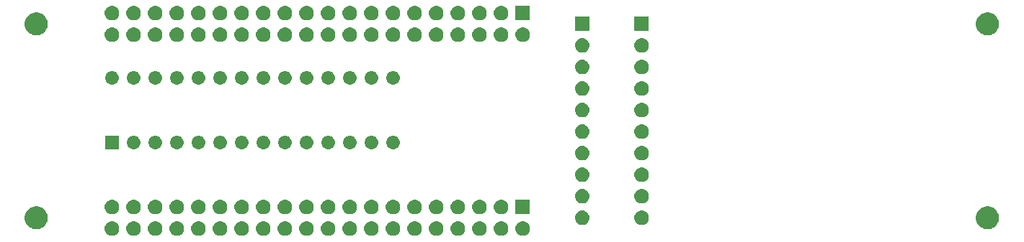
<source format=gbr>
G04 #@! TF.GenerationSoftware,KiCad,Pcbnew,5.0.2-5.fc29*
G04 #@! TF.CreationDate,2019-06-12T15:27:29+02:00*
G04 #@! TF.ProjectId,zynthian_zynaptik,7a796e74-6869-4616-9e5f-7a796e617074,1.0*
G04 #@! TF.SameCoordinates,Original*
G04 #@! TF.FileFunction,Soldermask,Bot*
G04 #@! TF.FilePolarity,Negative*
%FSLAX46Y46*%
G04 Gerber Fmt 4.6, Leading zero omitted, Abs format (unit mm)*
G04 Created by KiCad (PCBNEW 5.0.2-5.fc29) date mié 12 jun 2019 15:27:29 CEST*
%MOMM*%
%LPD*%
G01*
G04 APERTURE LIST*
%ADD10C,0.100000*%
G04 APERTURE END LIST*
D10*
G36*
X118911630Y-128067299D02*
X119071855Y-128115903D01*
X119219520Y-128194831D01*
X119348949Y-128301051D01*
X119455169Y-128430480D01*
X119534097Y-128578145D01*
X119582701Y-128738370D01*
X119599112Y-128905000D01*
X119582701Y-129071630D01*
X119534097Y-129231855D01*
X119455169Y-129379520D01*
X119348949Y-129508949D01*
X119219520Y-129615169D01*
X119071855Y-129694097D01*
X118911630Y-129742701D01*
X118786752Y-129755000D01*
X118703248Y-129755000D01*
X118578370Y-129742701D01*
X118418145Y-129694097D01*
X118270480Y-129615169D01*
X118141051Y-129508949D01*
X118034831Y-129379520D01*
X117955903Y-129231855D01*
X117907299Y-129071630D01*
X117890888Y-128905000D01*
X117907299Y-128738370D01*
X117955903Y-128578145D01*
X118034831Y-128430480D01*
X118141051Y-128301051D01*
X118270480Y-128194831D01*
X118418145Y-128115903D01*
X118578370Y-128067299D01*
X118703248Y-128055000D01*
X118786752Y-128055000D01*
X118911630Y-128067299D01*
X118911630Y-128067299D01*
G37*
G36*
X93511630Y-128067299D02*
X93671855Y-128115903D01*
X93819520Y-128194831D01*
X93948949Y-128301051D01*
X94055169Y-128430480D01*
X94134097Y-128578145D01*
X94182701Y-128738370D01*
X94199112Y-128905000D01*
X94182701Y-129071630D01*
X94134097Y-129231855D01*
X94055169Y-129379520D01*
X93948949Y-129508949D01*
X93819520Y-129615169D01*
X93671855Y-129694097D01*
X93511630Y-129742701D01*
X93386752Y-129755000D01*
X93303248Y-129755000D01*
X93178370Y-129742701D01*
X93018145Y-129694097D01*
X92870480Y-129615169D01*
X92741051Y-129508949D01*
X92634831Y-129379520D01*
X92555903Y-129231855D01*
X92507299Y-129071630D01*
X92490888Y-128905000D01*
X92507299Y-128738370D01*
X92555903Y-128578145D01*
X92634831Y-128430480D01*
X92741051Y-128301051D01*
X92870480Y-128194831D01*
X93018145Y-128115903D01*
X93178370Y-128067299D01*
X93303248Y-128055000D01*
X93386752Y-128055000D01*
X93511630Y-128067299D01*
X93511630Y-128067299D01*
G37*
G36*
X70651630Y-128067299D02*
X70811855Y-128115903D01*
X70959520Y-128194831D01*
X71088949Y-128301051D01*
X71195169Y-128430480D01*
X71274097Y-128578145D01*
X71322701Y-128738370D01*
X71339112Y-128905000D01*
X71322701Y-129071630D01*
X71274097Y-129231855D01*
X71195169Y-129379520D01*
X71088949Y-129508949D01*
X70959520Y-129615169D01*
X70811855Y-129694097D01*
X70651630Y-129742701D01*
X70526752Y-129755000D01*
X70443248Y-129755000D01*
X70318370Y-129742701D01*
X70158145Y-129694097D01*
X70010480Y-129615169D01*
X69881051Y-129508949D01*
X69774831Y-129379520D01*
X69695903Y-129231855D01*
X69647299Y-129071630D01*
X69630888Y-128905000D01*
X69647299Y-128738370D01*
X69695903Y-128578145D01*
X69774831Y-128430480D01*
X69881051Y-128301051D01*
X70010480Y-128194831D01*
X70158145Y-128115903D01*
X70318370Y-128067299D01*
X70443248Y-128055000D01*
X70526752Y-128055000D01*
X70651630Y-128067299D01*
X70651630Y-128067299D01*
G37*
G36*
X73191630Y-128067299D02*
X73351855Y-128115903D01*
X73499520Y-128194831D01*
X73628949Y-128301051D01*
X73735169Y-128430480D01*
X73814097Y-128578145D01*
X73862701Y-128738370D01*
X73879112Y-128905000D01*
X73862701Y-129071630D01*
X73814097Y-129231855D01*
X73735169Y-129379520D01*
X73628949Y-129508949D01*
X73499520Y-129615169D01*
X73351855Y-129694097D01*
X73191630Y-129742701D01*
X73066752Y-129755000D01*
X72983248Y-129755000D01*
X72858370Y-129742701D01*
X72698145Y-129694097D01*
X72550480Y-129615169D01*
X72421051Y-129508949D01*
X72314831Y-129379520D01*
X72235903Y-129231855D01*
X72187299Y-129071630D01*
X72170888Y-128905000D01*
X72187299Y-128738370D01*
X72235903Y-128578145D01*
X72314831Y-128430480D01*
X72421051Y-128301051D01*
X72550480Y-128194831D01*
X72698145Y-128115903D01*
X72858370Y-128067299D01*
X72983248Y-128055000D01*
X73066752Y-128055000D01*
X73191630Y-128067299D01*
X73191630Y-128067299D01*
G37*
G36*
X75731630Y-128067299D02*
X75891855Y-128115903D01*
X76039520Y-128194831D01*
X76168949Y-128301051D01*
X76275169Y-128430480D01*
X76354097Y-128578145D01*
X76402701Y-128738370D01*
X76419112Y-128905000D01*
X76402701Y-129071630D01*
X76354097Y-129231855D01*
X76275169Y-129379520D01*
X76168949Y-129508949D01*
X76039520Y-129615169D01*
X75891855Y-129694097D01*
X75731630Y-129742701D01*
X75606752Y-129755000D01*
X75523248Y-129755000D01*
X75398370Y-129742701D01*
X75238145Y-129694097D01*
X75090480Y-129615169D01*
X74961051Y-129508949D01*
X74854831Y-129379520D01*
X74775903Y-129231855D01*
X74727299Y-129071630D01*
X74710888Y-128905000D01*
X74727299Y-128738370D01*
X74775903Y-128578145D01*
X74854831Y-128430480D01*
X74961051Y-128301051D01*
X75090480Y-128194831D01*
X75238145Y-128115903D01*
X75398370Y-128067299D01*
X75523248Y-128055000D01*
X75606752Y-128055000D01*
X75731630Y-128067299D01*
X75731630Y-128067299D01*
G37*
G36*
X78271630Y-128067299D02*
X78431855Y-128115903D01*
X78579520Y-128194831D01*
X78708949Y-128301051D01*
X78815169Y-128430480D01*
X78894097Y-128578145D01*
X78942701Y-128738370D01*
X78959112Y-128905000D01*
X78942701Y-129071630D01*
X78894097Y-129231855D01*
X78815169Y-129379520D01*
X78708949Y-129508949D01*
X78579520Y-129615169D01*
X78431855Y-129694097D01*
X78271630Y-129742701D01*
X78146752Y-129755000D01*
X78063248Y-129755000D01*
X77938370Y-129742701D01*
X77778145Y-129694097D01*
X77630480Y-129615169D01*
X77501051Y-129508949D01*
X77394831Y-129379520D01*
X77315903Y-129231855D01*
X77267299Y-129071630D01*
X77250888Y-128905000D01*
X77267299Y-128738370D01*
X77315903Y-128578145D01*
X77394831Y-128430480D01*
X77501051Y-128301051D01*
X77630480Y-128194831D01*
X77778145Y-128115903D01*
X77938370Y-128067299D01*
X78063248Y-128055000D01*
X78146752Y-128055000D01*
X78271630Y-128067299D01*
X78271630Y-128067299D01*
G37*
G36*
X80811630Y-128067299D02*
X80971855Y-128115903D01*
X81119520Y-128194831D01*
X81248949Y-128301051D01*
X81355169Y-128430480D01*
X81434097Y-128578145D01*
X81482701Y-128738370D01*
X81499112Y-128905000D01*
X81482701Y-129071630D01*
X81434097Y-129231855D01*
X81355169Y-129379520D01*
X81248949Y-129508949D01*
X81119520Y-129615169D01*
X80971855Y-129694097D01*
X80811630Y-129742701D01*
X80686752Y-129755000D01*
X80603248Y-129755000D01*
X80478370Y-129742701D01*
X80318145Y-129694097D01*
X80170480Y-129615169D01*
X80041051Y-129508949D01*
X79934831Y-129379520D01*
X79855903Y-129231855D01*
X79807299Y-129071630D01*
X79790888Y-128905000D01*
X79807299Y-128738370D01*
X79855903Y-128578145D01*
X79934831Y-128430480D01*
X80041051Y-128301051D01*
X80170480Y-128194831D01*
X80318145Y-128115903D01*
X80478370Y-128067299D01*
X80603248Y-128055000D01*
X80686752Y-128055000D01*
X80811630Y-128067299D01*
X80811630Y-128067299D01*
G37*
G36*
X83351630Y-128067299D02*
X83511855Y-128115903D01*
X83659520Y-128194831D01*
X83788949Y-128301051D01*
X83895169Y-128430480D01*
X83974097Y-128578145D01*
X84022701Y-128738370D01*
X84039112Y-128905000D01*
X84022701Y-129071630D01*
X83974097Y-129231855D01*
X83895169Y-129379520D01*
X83788949Y-129508949D01*
X83659520Y-129615169D01*
X83511855Y-129694097D01*
X83351630Y-129742701D01*
X83226752Y-129755000D01*
X83143248Y-129755000D01*
X83018370Y-129742701D01*
X82858145Y-129694097D01*
X82710480Y-129615169D01*
X82581051Y-129508949D01*
X82474831Y-129379520D01*
X82395903Y-129231855D01*
X82347299Y-129071630D01*
X82330888Y-128905000D01*
X82347299Y-128738370D01*
X82395903Y-128578145D01*
X82474831Y-128430480D01*
X82581051Y-128301051D01*
X82710480Y-128194831D01*
X82858145Y-128115903D01*
X83018370Y-128067299D01*
X83143248Y-128055000D01*
X83226752Y-128055000D01*
X83351630Y-128067299D01*
X83351630Y-128067299D01*
G37*
G36*
X85891630Y-128067299D02*
X86051855Y-128115903D01*
X86199520Y-128194831D01*
X86328949Y-128301051D01*
X86435169Y-128430480D01*
X86514097Y-128578145D01*
X86562701Y-128738370D01*
X86579112Y-128905000D01*
X86562701Y-129071630D01*
X86514097Y-129231855D01*
X86435169Y-129379520D01*
X86328949Y-129508949D01*
X86199520Y-129615169D01*
X86051855Y-129694097D01*
X85891630Y-129742701D01*
X85766752Y-129755000D01*
X85683248Y-129755000D01*
X85558370Y-129742701D01*
X85398145Y-129694097D01*
X85250480Y-129615169D01*
X85121051Y-129508949D01*
X85014831Y-129379520D01*
X84935903Y-129231855D01*
X84887299Y-129071630D01*
X84870888Y-128905000D01*
X84887299Y-128738370D01*
X84935903Y-128578145D01*
X85014831Y-128430480D01*
X85121051Y-128301051D01*
X85250480Y-128194831D01*
X85398145Y-128115903D01*
X85558370Y-128067299D01*
X85683248Y-128055000D01*
X85766752Y-128055000D01*
X85891630Y-128067299D01*
X85891630Y-128067299D01*
G37*
G36*
X88431630Y-128067299D02*
X88591855Y-128115903D01*
X88739520Y-128194831D01*
X88868949Y-128301051D01*
X88975169Y-128430480D01*
X89054097Y-128578145D01*
X89102701Y-128738370D01*
X89119112Y-128905000D01*
X89102701Y-129071630D01*
X89054097Y-129231855D01*
X88975169Y-129379520D01*
X88868949Y-129508949D01*
X88739520Y-129615169D01*
X88591855Y-129694097D01*
X88431630Y-129742701D01*
X88306752Y-129755000D01*
X88223248Y-129755000D01*
X88098370Y-129742701D01*
X87938145Y-129694097D01*
X87790480Y-129615169D01*
X87661051Y-129508949D01*
X87554831Y-129379520D01*
X87475903Y-129231855D01*
X87427299Y-129071630D01*
X87410888Y-128905000D01*
X87427299Y-128738370D01*
X87475903Y-128578145D01*
X87554831Y-128430480D01*
X87661051Y-128301051D01*
X87790480Y-128194831D01*
X87938145Y-128115903D01*
X88098370Y-128067299D01*
X88223248Y-128055000D01*
X88306752Y-128055000D01*
X88431630Y-128067299D01*
X88431630Y-128067299D01*
G37*
G36*
X90971630Y-128067299D02*
X91131855Y-128115903D01*
X91279520Y-128194831D01*
X91408949Y-128301051D01*
X91515169Y-128430480D01*
X91594097Y-128578145D01*
X91642701Y-128738370D01*
X91659112Y-128905000D01*
X91642701Y-129071630D01*
X91594097Y-129231855D01*
X91515169Y-129379520D01*
X91408949Y-129508949D01*
X91279520Y-129615169D01*
X91131855Y-129694097D01*
X90971630Y-129742701D01*
X90846752Y-129755000D01*
X90763248Y-129755000D01*
X90638370Y-129742701D01*
X90478145Y-129694097D01*
X90330480Y-129615169D01*
X90201051Y-129508949D01*
X90094831Y-129379520D01*
X90015903Y-129231855D01*
X89967299Y-129071630D01*
X89950888Y-128905000D01*
X89967299Y-128738370D01*
X90015903Y-128578145D01*
X90094831Y-128430480D01*
X90201051Y-128301051D01*
X90330480Y-128194831D01*
X90478145Y-128115903D01*
X90638370Y-128067299D01*
X90763248Y-128055000D01*
X90846752Y-128055000D01*
X90971630Y-128067299D01*
X90971630Y-128067299D01*
G37*
G36*
X98591630Y-128067299D02*
X98751855Y-128115903D01*
X98899520Y-128194831D01*
X99028949Y-128301051D01*
X99135169Y-128430480D01*
X99214097Y-128578145D01*
X99262701Y-128738370D01*
X99279112Y-128905000D01*
X99262701Y-129071630D01*
X99214097Y-129231855D01*
X99135169Y-129379520D01*
X99028949Y-129508949D01*
X98899520Y-129615169D01*
X98751855Y-129694097D01*
X98591630Y-129742701D01*
X98466752Y-129755000D01*
X98383248Y-129755000D01*
X98258370Y-129742701D01*
X98098145Y-129694097D01*
X97950480Y-129615169D01*
X97821051Y-129508949D01*
X97714831Y-129379520D01*
X97635903Y-129231855D01*
X97587299Y-129071630D01*
X97570888Y-128905000D01*
X97587299Y-128738370D01*
X97635903Y-128578145D01*
X97714831Y-128430480D01*
X97821051Y-128301051D01*
X97950480Y-128194831D01*
X98098145Y-128115903D01*
X98258370Y-128067299D01*
X98383248Y-128055000D01*
X98466752Y-128055000D01*
X98591630Y-128067299D01*
X98591630Y-128067299D01*
G37*
G36*
X101131630Y-128067299D02*
X101291855Y-128115903D01*
X101439520Y-128194831D01*
X101568949Y-128301051D01*
X101675169Y-128430480D01*
X101754097Y-128578145D01*
X101802701Y-128738370D01*
X101819112Y-128905000D01*
X101802701Y-129071630D01*
X101754097Y-129231855D01*
X101675169Y-129379520D01*
X101568949Y-129508949D01*
X101439520Y-129615169D01*
X101291855Y-129694097D01*
X101131630Y-129742701D01*
X101006752Y-129755000D01*
X100923248Y-129755000D01*
X100798370Y-129742701D01*
X100638145Y-129694097D01*
X100490480Y-129615169D01*
X100361051Y-129508949D01*
X100254831Y-129379520D01*
X100175903Y-129231855D01*
X100127299Y-129071630D01*
X100110888Y-128905000D01*
X100127299Y-128738370D01*
X100175903Y-128578145D01*
X100254831Y-128430480D01*
X100361051Y-128301051D01*
X100490480Y-128194831D01*
X100638145Y-128115903D01*
X100798370Y-128067299D01*
X100923248Y-128055000D01*
X101006752Y-128055000D01*
X101131630Y-128067299D01*
X101131630Y-128067299D01*
G37*
G36*
X103671630Y-128067299D02*
X103831855Y-128115903D01*
X103979520Y-128194831D01*
X104108949Y-128301051D01*
X104215169Y-128430480D01*
X104294097Y-128578145D01*
X104342701Y-128738370D01*
X104359112Y-128905000D01*
X104342701Y-129071630D01*
X104294097Y-129231855D01*
X104215169Y-129379520D01*
X104108949Y-129508949D01*
X103979520Y-129615169D01*
X103831855Y-129694097D01*
X103671630Y-129742701D01*
X103546752Y-129755000D01*
X103463248Y-129755000D01*
X103338370Y-129742701D01*
X103178145Y-129694097D01*
X103030480Y-129615169D01*
X102901051Y-129508949D01*
X102794831Y-129379520D01*
X102715903Y-129231855D01*
X102667299Y-129071630D01*
X102650888Y-128905000D01*
X102667299Y-128738370D01*
X102715903Y-128578145D01*
X102794831Y-128430480D01*
X102901051Y-128301051D01*
X103030480Y-128194831D01*
X103178145Y-128115903D01*
X103338370Y-128067299D01*
X103463248Y-128055000D01*
X103546752Y-128055000D01*
X103671630Y-128067299D01*
X103671630Y-128067299D01*
G37*
G36*
X106211630Y-128067299D02*
X106371855Y-128115903D01*
X106519520Y-128194831D01*
X106648949Y-128301051D01*
X106755169Y-128430480D01*
X106834097Y-128578145D01*
X106882701Y-128738370D01*
X106899112Y-128905000D01*
X106882701Y-129071630D01*
X106834097Y-129231855D01*
X106755169Y-129379520D01*
X106648949Y-129508949D01*
X106519520Y-129615169D01*
X106371855Y-129694097D01*
X106211630Y-129742701D01*
X106086752Y-129755000D01*
X106003248Y-129755000D01*
X105878370Y-129742701D01*
X105718145Y-129694097D01*
X105570480Y-129615169D01*
X105441051Y-129508949D01*
X105334831Y-129379520D01*
X105255903Y-129231855D01*
X105207299Y-129071630D01*
X105190888Y-128905000D01*
X105207299Y-128738370D01*
X105255903Y-128578145D01*
X105334831Y-128430480D01*
X105441051Y-128301051D01*
X105570480Y-128194831D01*
X105718145Y-128115903D01*
X105878370Y-128067299D01*
X106003248Y-128055000D01*
X106086752Y-128055000D01*
X106211630Y-128067299D01*
X106211630Y-128067299D01*
G37*
G36*
X108751630Y-128067299D02*
X108911855Y-128115903D01*
X109059520Y-128194831D01*
X109188949Y-128301051D01*
X109295169Y-128430480D01*
X109374097Y-128578145D01*
X109422701Y-128738370D01*
X109439112Y-128905000D01*
X109422701Y-129071630D01*
X109374097Y-129231855D01*
X109295169Y-129379520D01*
X109188949Y-129508949D01*
X109059520Y-129615169D01*
X108911855Y-129694097D01*
X108751630Y-129742701D01*
X108626752Y-129755000D01*
X108543248Y-129755000D01*
X108418370Y-129742701D01*
X108258145Y-129694097D01*
X108110480Y-129615169D01*
X107981051Y-129508949D01*
X107874831Y-129379520D01*
X107795903Y-129231855D01*
X107747299Y-129071630D01*
X107730888Y-128905000D01*
X107747299Y-128738370D01*
X107795903Y-128578145D01*
X107874831Y-128430480D01*
X107981051Y-128301051D01*
X108110480Y-128194831D01*
X108258145Y-128115903D01*
X108418370Y-128067299D01*
X108543248Y-128055000D01*
X108626752Y-128055000D01*
X108751630Y-128067299D01*
X108751630Y-128067299D01*
G37*
G36*
X111291630Y-128067299D02*
X111451855Y-128115903D01*
X111599520Y-128194831D01*
X111728949Y-128301051D01*
X111835169Y-128430480D01*
X111914097Y-128578145D01*
X111962701Y-128738370D01*
X111979112Y-128905000D01*
X111962701Y-129071630D01*
X111914097Y-129231855D01*
X111835169Y-129379520D01*
X111728949Y-129508949D01*
X111599520Y-129615169D01*
X111451855Y-129694097D01*
X111291630Y-129742701D01*
X111166752Y-129755000D01*
X111083248Y-129755000D01*
X110958370Y-129742701D01*
X110798145Y-129694097D01*
X110650480Y-129615169D01*
X110521051Y-129508949D01*
X110414831Y-129379520D01*
X110335903Y-129231855D01*
X110287299Y-129071630D01*
X110270888Y-128905000D01*
X110287299Y-128738370D01*
X110335903Y-128578145D01*
X110414831Y-128430480D01*
X110521051Y-128301051D01*
X110650480Y-128194831D01*
X110798145Y-128115903D01*
X110958370Y-128067299D01*
X111083248Y-128055000D01*
X111166752Y-128055000D01*
X111291630Y-128067299D01*
X111291630Y-128067299D01*
G37*
G36*
X113831630Y-128067299D02*
X113991855Y-128115903D01*
X114139520Y-128194831D01*
X114268949Y-128301051D01*
X114375169Y-128430480D01*
X114454097Y-128578145D01*
X114502701Y-128738370D01*
X114519112Y-128905000D01*
X114502701Y-129071630D01*
X114454097Y-129231855D01*
X114375169Y-129379520D01*
X114268949Y-129508949D01*
X114139520Y-129615169D01*
X113991855Y-129694097D01*
X113831630Y-129742701D01*
X113706752Y-129755000D01*
X113623248Y-129755000D01*
X113498370Y-129742701D01*
X113338145Y-129694097D01*
X113190480Y-129615169D01*
X113061051Y-129508949D01*
X112954831Y-129379520D01*
X112875903Y-129231855D01*
X112827299Y-129071630D01*
X112810888Y-128905000D01*
X112827299Y-128738370D01*
X112875903Y-128578145D01*
X112954831Y-128430480D01*
X113061051Y-128301051D01*
X113190480Y-128194831D01*
X113338145Y-128115903D01*
X113498370Y-128067299D01*
X113623248Y-128055000D01*
X113706752Y-128055000D01*
X113831630Y-128067299D01*
X113831630Y-128067299D01*
G37*
G36*
X116371630Y-128067299D02*
X116531855Y-128115903D01*
X116679520Y-128194831D01*
X116808949Y-128301051D01*
X116915169Y-128430480D01*
X116994097Y-128578145D01*
X117042701Y-128738370D01*
X117059112Y-128905000D01*
X117042701Y-129071630D01*
X116994097Y-129231855D01*
X116915169Y-129379520D01*
X116808949Y-129508949D01*
X116679520Y-129615169D01*
X116531855Y-129694097D01*
X116371630Y-129742701D01*
X116246752Y-129755000D01*
X116163248Y-129755000D01*
X116038370Y-129742701D01*
X115878145Y-129694097D01*
X115730480Y-129615169D01*
X115601051Y-129508949D01*
X115494831Y-129379520D01*
X115415903Y-129231855D01*
X115367299Y-129071630D01*
X115350888Y-128905000D01*
X115367299Y-128738370D01*
X115415903Y-128578145D01*
X115494831Y-128430480D01*
X115601051Y-128301051D01*
X115730480Y-128194831D01*
X115878145Y-128115903D01*
X116038370Y-128067299D01*
X116163248Y-128055000D01*
X116246752Y-128055000D01*
X116371630Y-128067299D01*
X116371630Y-128067299D01*
G37*
G36*
X96051630Y-128067299D02*
X96211855Y-128115903D01*
X96359520Y-128194831D01*
X96488949Y-128301051D01*
X96595169Y-128430480D01*
X96674097Y-128578145D01*
X96722701Y-128738370D01*
X96739112Y-128905000D01*
X96722701Y-129071630D01*
X96674097Y-129231855D01*
X96595169Y-129379520D01*
X96488949Y-129508949D01*
X96359520Y-129615169D01*
X96211855Y-129694097D01*
X96051630Y-129742701D01*
X95926752Y-129755000D01*
X95843248Y-129755000D01*
X95718370Y-129742701D01*
X95558145Y-129694097D01*
X95410480Y-129615169D01*
X95281051Y-129508949D01*
X95174831Y-129379520D01*
X95095903Y-129231855D01*
X95047299Y-129071630D01*
X95030888Y-128905000D01*
X95047299Y-128738370D01*
X95095903Y-128578145D01*
X95174831Y-128430480D01*
X95281051Y-128301051D01*
X95410480Y-128194831D01*
X95558145Y-128115903D01*
X95718370Y-128067299D01*
X95843248Y-128055000D01*
X95926752Y-128055000D01*
X96051630Y-128067299D01*
X96051630Y-128067299D01*
G37*
G36*
X61988778Y-126336879D02*
X62234466Y-126438646D01*
X62455578Y-126586389D01*
X62643611Y-126774422D01*
X62791354Y-126995534D01*
X62893121Y-127241222D01*
X62945000Y-127502035D01*
X62945000Y-127767965D01*
X62893121Y-128028778D01*
X62791354Y-128274466D01*
X62643611Y-128495578D01*
X62455578Y-128683611D01*
X62234466Y-128831354D01*
X61988778Y-128933121D01*
X61727965Y-128985000D01*
X61462035Y-128985000D01*
X61201222Y-128933121D01*
X60955534Y-128831354D01*
X60734422Y-128683611D01*
X60546389Y-128495578D01*
X60398646Y-128274466D01*
X60296879Y-128028778D01*
X60245000Y-127767965D01*
X60245000Y-127502035D01*
X60296879Y-127241222D01*
X60398646Y-126995534D01*
X60546389Y-126774422D01*
X60734422Y-126586389D01*
X60955534Y-126438646D01*
X61201222Y-126336879D01*
X61462035Y-126285000D01*
X61727965Y-126285000D01*
X61988778Y-126336879D01*
X61988778Y-126336879D01*
G37*
G36*
X173748778Y-126336879D02*
X173994466Y-126438646D01*
X174215578Y-126586389D01*
X174403611Y-126774422D01*
X174551354Y-126995534D01*
X174653121Y-127241222D01*
X174705000Y-127502035D01*
X174705000Y-127767965D01*
X174653121Y-128028778D01*
X174551354Y-128274466D01*
X174403611Y-128495578D01*
X174215578Y-128683611D01*
X173994466Y-128831354D01*
X173748778Y-128933121D01*
X173487965Y-128985000D01*
X173222035Y-128985000D01*
X172961222Y-128933121D01*
X172715534Y-128831354D01*
X172494422Y-128683611D01*
X172306389Y-128495578D01*
X172158646Y-128274466D01*
X172056879Y-128028778D01*
X172005000Y-127767965D01*
X172005000Y-127502035D01*
X172056879Y-127241222D01*
X172158646Y-126995534D01*
X172306389Y-126774422D01*
X172494422Y-126586389D01*
X172715534Y-126438646D01*
X172961222Y-126336879D01*
X173222035Y-126285000D01*
X173487965Y-126285000D01*
X173748778Y-126336879D01*
X173748778Y-126336879D01*
G37*
G36*
X132881630Y-126797299D02*
X133041855Y-126845903D01*
X133189520Y-126924831D01*
X133318949Y-127031051D01*
X133425169Y-127160480D01*
X133504097Y-127308145D01*
X133552701Y-127468370D01*
X133569112Y-127635000D01*
X133552701Y-127801630D01*
X133504097Y-127961855D01*
X133425169Y-128109520D01*
X133318949Y-128238949D01*
X133189520Y-128345169D01*
X133041855Y-128424097D01*
X132881630Y-128472701D01*
X132756752Y-128485000D01*
X132673248Y-128485000D01*
X132548370Y-128472701D01*
X132388145Y-128424097D01*
X132240480Y-128345169D01*
X132111051Y-128238949D01*
X132004831Y-128109520D01*
X131925903Y-127961855D01*
X131877299Y-127801630D01*
X131860888Y-127635000D01*
X131877299Y-127468370D01*
X131925903Y-127308145D01*
X132004831Y-127160480D01*
X132111051Y-127031051D01*
X132240480Y-126924831D01*
X132388145Y-126845903D01*
X132548370Y-126797299D01*
X132673248Y-126785000D01*
X132756752Y-126785000D01*
X132881630Y-126797299D01*
X132881630Y-126797299D01*
G37*
G36*
X125896630Y-126797299D02*
X126056855Y-126845903D01*
X126204520Y-126924831D01*
X126333949Y-127031051D01*
X126440169Y-127160480D01*
X126519097Y-127308145D01*
X126567701Y-127468370D01*
X126584112Y-127635000D01*
X126567701Y-127801630D01*
X126519097Y-127961855D01*
X126440169Y-128109520D01*
X126333949Y-128238949D01*
X126204520Y-128345169D01*
X126056855Y-128424097D01*
X125896630Y-128472701D01*
X125771752Y-128485000D01*
X125688248Y-128485000D01*
X125563370Y-128472701D01*
X125403145Y-128424097D01*
X125255480Y-128345169D01*
X125126051Y-128238949D01*
X125019831Y-128109520D01*
X124940903Y-127961855D01*
X124892299Y-127801630D01*
X124875888Y-127635000D01*
X124892299Y-127468370D01*
X124940903Y-127308145D01*
X125019831Y-127160480D01*
X125126051Y-127031051D01*
X125255480Y-126924831D01*
X125403145Y-126845903D01*
X125563370Y-126797299D01*
X125688248Y-126785000D01*
X125771752Y-126785000D01*
X125896630Y-126797299D01*
X125896630Y-126797299D01*
G37*
G36*
X119595000Y-127215000D02*
X117895000Y-127215000D01*
X117895000Y-125515000D01*
X119595000Y-125515000D01*
X119595000Y-127215000D01*
X119595000Y-127215000D01*
G37*
G36*
X73191630Y-125527299D02*
X73351855Y-125575903D01*
X73499520Y-125654831D01*
X73628949Y-125761051D01*
X73735169Y-125890480D01*
X73814097Y-126038145D01*
X73862701Y-126198370D01*
X73879112Y-126365000D01*
X73862701Y-126531630D01*
X73814097Y-126691855D01*
X73735169Y-126839520D01*
X73628949Y-126968949D01*
X73499520Y-127075169D01*
X73351855Y-127154097D01*
X73191630Y-127202701D01*
X73066752Y-127215000D01*
X72983248Y-127215000D01*
X72858370Y-127202701D01*
X72698145Y-127154097D01*
X72550480Y-127075169D01*
X72421051Y-126968949D01*
X72314831Y-126839520D01*
X72235903Y-126691855D01*
X72187299Y-126531630D01*
X72170888Y-126365000D01*
X72187299Y-126198370D01*
X72235903Y-126038145D01*
X72314831Y-125890480D01*
X72421051Y-125761051D01*
X72550480Y-125654831D01*
X72698145Y-125575903D01*
X72858370Y-125527299D01*
X72983248Y-125515000D01*
X73066752Y-125515000D01*
X73191630Y-125527299D01*
X73191630Y-125527299D01*
G37*
G36*
X116371630Y-125527299D02*
X116531855Y-125575903D01*
X116679520Y-125654831D01*
X116808949Y-125761051D01*
X116915169Y-125890480D01*
X116994097Y-126038145D01*
X117042701Y-126198370D01*
X117059112Y-126365000D01*
X117042701Y-126531630D01*
X116994097Y-126691855D01*
X116915169Y-126839520D01*
X116808949Y-126968949D01*
X116679520Y-127075169D01*
X116531855Y-127154097D01*
X116371630Y-127202701D01*
X116246752Y-127215000D01*
X116163248Y-127215000D01*
X116038370Y-127202701D01*
X115878145Y-127154097D01*
X115730480Y-127075169D01*
X115601051Y-126968949D01*
X115494831Y-126839520D01*
X115415903Y-126691855D01*
X115367299Y-126531630D01*
X115350888Y-126365000D01*
X115367299Y-126198370D01*
X115415903Y-126038145D01*
X115494831Y-125890480D01*
X115601051Y-125761051D01*
X115730480Y-125654831D01*
X115878145Y-125575903D01*
X116038370Y-125527299D01*
X116163248Y-125515000D01*
X116246752Y-125515000D01*
X116371630Y-125527299D01*
X116371630Y-125527299D01*
G37*
G36*
X75731630Y-125527299D02*
X75891855Y-125575903D01*
X76039520Y-125654831D01*
X76168949Y-125761051D01*
X76275169Y-125890480D01*
X76354097Y-126038145D01*
X76402701Y-126198370D01*
X76419112Y-126365000D01*
X76402701Y-126531630D01*
X76354097Y-126691855D01*
X76275169Y-126839520D01*
X76168949Y-126968949D01*
X76039520Y-127075169D01*
X75891855Y-127154097D01*
X75731630Y-127202701D01*
X75606752Y-127215000D01*
X75523248Y-127215000D01*
X75398370Y-127202701D01*
X75238145Y-127154097D01*
X75090480Y-127075169D01*
X74961051Y-126968949D01*
X74854831Y-126839520D01*
X74775903Y-126691855D01*
X74727299Y-126531630D01*
X74710888Y-126365000D01*
X74727299Y-126198370D01*
X74775903Y-126038145D01*
X74854831Y-125890480D01*
X74961051Y-125761051D01*
X75090480Y-125654831D01*
X75238145Y-125575903D01*
X75398370Y-125527299D01*
X75523248Y-125515000D01*
X75606752Y-125515000D01*
X75731630Y-125527299D01*
X75731630Y-125527299D01*
G37*
G36*
X113831630Y-125527299D02*
X113991855Y-125575903D01*
X114139520Y-125654831D01*
X114268949Y-125761051D01*
X114375169Y-125890480D01*
X114454097Y-126038145D01*
X114502701Y-126198370D01*
X114519112Y-126365000D01*
X114502701Y-126531630D01*
X114454097Y-126691855D01*
X114375169Y-126839520D01*
X114268949Y-126968949D01*
X114139520Y-127075169D01*
X113991855Y-127154097D01*
X113831630Y-127202701D01*
X113706752Y-127215000D01*
X113623248Y-127215000D01*
X113498370Y-127202701D01*
X113338145Y-127154097D01*
X113190480Y-127075169D01*
X113061051Y-126968949D01*
X112954831Y-126839520D01*
X112875903Y-126691855D01*
X112827299Y-126531630D01*
X112810888Y-126365000D01*
X112827299Y-126198370D01*
X112875903Y-126038145D01*
X112954831Y-125890480D01*
X113061051Y-125761051D01*
X113190480Y-125654831D01*
X113338145Y-125575903D01*
X113498370Y-125527299D01*
X113623248Y-125515000D01*
X113706752Y-125515000D01*
X113831630Y-125527299D01*
X113831630Y-125527299D01*
G37*
G36*
X78271630Y-125527299D02*
X78431855Y-125575903D01*
X78579520Y-125654831D01*
X78708949Y-125761051D01*
X78815169Y-125890480D01*
X78894097Y-126038145D01*
X78942701Y-126198370D01*
X78959112Y-126365000D01*
X78942701Y-126531630D01*
X78894097Y-126691855D01*
X78815169Y-126839520D01*
X78708949Y-126968949D01*
X78579520Y-127075169D01*
X78431855Y-127154097D01*
X78271630Y-127202701D01*
X78146752Y-127215000D01*
X78063248Y-127215000D01*
X77938370Y-127202701D01*
X77778145Y-127154097D01*
X77630480Y-127075169D01*
X77501051Y-126968949D01*
X77394831Y-126839520D01*
X77315903Y-126691855D01*
X77267299Y-126531630D01*
X77250888Y-126365000D01*
X77267299Y-126198370D01*
X77315903Y-126038145D01*
X77394831Y-125890480D01*
X77501051Y-125761051D01*
X77630480Y-125654831D01*
X77778145Y-125575903D01*
X77938370Y-125527299D01*
X78063248Y-125515000D01*
X78146752Y-125515000D01*
X78271630Y-125527299D01*
X78271630Y-125527299D01*
G37*
G36*
X111291630Y-125527299D02*
X111451855Y-125575903D01*
X111599520Y-125654831D01*
X111728949Y-125761051D01*
X111835169Y-125890480D01*
X111914097Y-126038145D01*
X111962701Y-126198370D01*
X111979112Y-126365000D01*
X111962701Y-126531630D01*
X111914097Y-126691855D01*
X111835169Y-126839520D01*
X111728949Y-126968949D01*
X111599520Y-127075169D01*
X111451855Y-127154097D01*
X111291630Y-127202701D01*
X111166752Y-127215000D01*
X111083248Y-127215000D01*
X110958370Y-127202701D01*
X110798145Y-127154097D01*
X110650480Y-127075169D01*
X110521051Y-126968949D01*
X110414831Y-126839520D01*
X110335903Y-126691855D01*
X110287299Y-126531630D01*
X110270888Y-126365000D01*
X110287299Y-126198370D01*
X110335903Y-126038145D01*
X110414831Y-125890480D01*
X110521051Y-125761051D01*
X110650480Y-125654831D01*
X110798145Y-125575903D01*
X110958370Y-125527299D01*
X111083248Y-125515000D01*
X111166752Y-125515000D01*
X111291630Y-125527299D01*
X111291630Y-125527299D01*
G37*
G36*
X80811630Y-125527299D02*
X80971855Y-125575903D01*
X81119520Y-125654831D01*
X81248949Y-125761051D01*
X81355169Y-125890480D01*
X81434097Y-126038145D01*
X81482701Y-126198370D01*
X81499112Y-126365000D01*
X81482701Y-126531630D01*
X81434097Y-126691855D01*
X81355169Y-126839520D01*
X81248949Y-126968949D01*
X81119520Y-127075169D01*
X80971855Y-127154097D01*
X80811630Y-127202701D01*
X80686752Y-127215000D01*
X80603248Y-127215000D01*
X80478370Y-127202701D01*
X80318145Y-127154097D01*
X80170480Y-127075169D01*
X80041051Y-126968949D01*
X79934831Y-126839520D01*
X79855903Y-126691855D01*
X79807299Y-126531630D01*
X79790888Y-126365000D01*
X79807299Y-126198370D01*
X79855903Y-126038145D01*
X79934831Y-125890480D01*
X80041051Y-125761051D01*
X80170480Y-125654831D01*
X80318145Y-125575903D01*
X80478370Y-125527299D01*
X80603248Y-125515000D01*
X80686752Y-125515000D01*
X80811630Y-125527299D01*
X80811630Y-125527299D01*
G37*
G36*
X108751630Y-125527299D02*
X108911855Y-125575903D01*
X109059520Y-125654831D01*
X109188949Y-125761051D01*
X109295169Y-125890480D01*
X109374097Y-126038145D01*
X109422701Y-126198370D01*
X109439112Y-126365000D01*
X109422701Y-126531630D01*
X109374097Y-126691855D01*
X109295169Y-126839520D01*
X109188949Y-126968949D01*
X109059520Y-127075169D01*
X108911855Y-127154097D01*
X108751630Y-127202701D01*
X108626752Y-127215000D01*
X108543248Y-127215000D01*
X108418370Y-127202701D01*
X108258145Y-127154097D01*
X108110480Y-127075169D01*
X107981051Y-126968949D01*
X107874831Y-126839520D01*
X107795903Y-126691855D01*
X107747299Y-126531630D01*
X107730888Y-126365000D01*
X107747299Y-126198370D01*
X107795903Y-126038145D01*
X107874831Y-125890480D01*
X107981051Y-125761051D01*
X108110480Y-125654831D01*
X108258145Y-125575903D01*
X108418370Y-125527299D01*
X108543248Y-125515000D01*
X108626752Y-125515000D01*
X108751630Y-125527299D01*
X108751630Y-125527299D01*
G37*
G36*
X70651630Y-125527299D02*
X70811855Y-125575903D01*
X70959520Y-125654831D01*
X71088949Y-125761051D01*
X71195169Y-125890480D01*
X71274097Y-126038145D01*
X71322701Y-126198370D01*
X71339112Y-126365000D01*
X71322701Y-126531630D01*
X71274097Y-126691855D01*
X71195169Y-126839520D01*
X71088949Y-126968949D01*
X70959520Y-127075169D01*
X70811855Y-127154097D01*
X70651630Y-127202701D01*
X70526752Y-127215000D01*
X70443248Y-127215000D01*
X70318370Y-127202701D01*
X70158145Y-127154097D01*
X70010480Y-127075169D01*
X69881051Y-126968949D01*
X69774831Y-126839520D01*
X69695903Y-126691855D01*
X69647299Y-126531630D01*
X69630888Y-126365000D01*
X69647299Y-126198370D01*
X69695903Y-126038145D01*
X69774831Y-125890480D01*
X69881051Y-125761051D01*
X70010480Y-125654831D01*
X70158145Y-125575903D01*
X70318370Y-125527299D01*
X70443248Y-125515000D01*
X70526752Y-125515000D01*
X70651630Y-125527299D01*
X70651630Y-125527299D01*
G37*
G36*
X85891630Y-125527299D02*
X86051855Y-125575903D01*
X86199520Y-125654831D01*
X86328949Y-125761051D01*
X86435169Y-125890480D01*
X86514097Y-126038145D01*
X86562701Y-126198370D01*
X86579112Y-126365000D01*
X86562701Y-126531630D01*
X86514097Y-126691855D01*
X86435169Y-126839520D01*
X86328949Y-126968949D01*
X86199520Y-127075169D01*
X86051855Y-127154097D01*
X85891630Y-127202701D01*
X85766752Y-127215000D01*
X85683248Y-127215000D01*
X85558370Y-127202701D01*
X85398145Y-127154097D01*
X85250480Y-127075169D01*
X85121051Y-126968949D01*
X85014831Y-126839520D01*
X84935903Y-126691855D01*
X84887299Y-126531630D01*
X84870888Y-126365000D01*
X84887299Y-126198370D01*
X84935903Y-126038145D01*
X85014831Y-125890480D01*
X85121051Y-125761051D01*
X85250480Y-125654831D01*
X85398145Y-125575903D01*
X85558370Y-125527299D01*
X85683248Y-125515000D01*
X85766752Y-125515000D01*
X85891630Y-125527299D01*
X85891630Y-125527299D01*
G37*
G36*
X103671630Y-125527299D02*
X103831855Y-125575903D01*
X103979520Y-125654831D01*
X104108949Y-125761051D01*
X104215169Y-125890480D01*
X104294097Y-126038145D01*
X104342701Y-126198370D01*
X104359112Y-126365000D01*
X104342701Y-126531630D01*
X104294097Y-126691855D01*
X104215169Y-126839520D01*
X104108949Y-126968949D01*
X103979520Y-127075169D01*
X103831855Y-127154097D01*
X103671630Y-127202701D01*
X103546752Y-127215000D01*
X103463248Y-127215000D01*
X103338370Y-127202701D01*
X103178145Y-127154097D01*
X103030480Y-127075169D01*
X102901051Y-126968949D01*
X102794831Y-126839520D01*
X102715903Y-126691855D01*
X102667299Y-126531630D01*
X102650888Y-126365000D01*
X102667299Y-126198370D01*
X102715903Y-126038145D01*
X102794831Y-125890480D01*
X102901051Y-125761051D01*
X103030480Y-125654831D01*
X103178145Y-125575903D01*
X103338370Y-125527299D01*
X103463248Y-125515000D01*
X103546752Y-125515000D01*
X103671630Y-125527299D01*
X103671630Y-125527299D01*
G37*
G36*
X88431630Y-125527299D02*
X88591855Y-125575903D01*
X88739520Y-125654831D01*
X88868949Y-125761051D01*
X88975169Y-125890480D01*
X89054097Y-126038145D01*
X89102701Y-126198370D01*
X89119112Y-126365000D01*
X89102701Y-126531630D01*
X89054097Y-126691855D01*
X88975169Y-126839520D01*
X88868949Y-126968949D01*
X88739520Y-127075169D01*
X88591855Y-127154097D01*
X88431630Y-127202701D01*
X88306752Y-127215000D01*
X88223248Y-127215000D01*
X88098370Y-127202701D01*
X87938145Y-127154097D01*
X87790480Y-127075169D01*
X87661051Y-126968949D01*
X87554831Y-126839520D01*
X87475903Y-126691855D01*
X87427299Y-126531630D01*
X87410888Y-126365000D01*
X87427299Y-126198370D01*
X87475903Y-126038145D01*
X87554831Y-125890480D01*
X87661051Y-125761051D01*
X87790480Y-125654831D01*
X87938145Y-125575903D01*
X88098370Y-125527299D01*
X88223248Y-125515000D01*
X88306752Y-125515000D01*
X88431630Y-125527299D01*
X88431630Y-125527299D01*
G37*
G36*
X101131630Y-125527299D02*
X101291855Y-125575903D01*
X101439520Y-125654831D01*
X101568949Y-125761051D01*
X101675169Y-125890480D01*
X101754097Y-126038145D01*
X101802701Y-126198370D01*
X101819112Y-126365000D01*
X101802701Y-126531630D01*
X101754097Y-126691855D01*
X101675169Y-126839520D01*
X101568949Y-126968949D01*
X101439520Y-127075169D01*
X101291855Y-127154097D01*
X101131630Y-127202701D01*
X101006752Y-127215000D01*
X100923248Y-127215000D01*
X100798370Y-127202701D01*
X100638145Y-127154097D01*
X100490480Y-127075169D01*
X100361051Y-126968949D01*
X100254831Y-126839520D01*
X100175903Y-126691855D01*
X100127299Y-126531630D01*
X100110888Y-126365000D01*
X100127299Y-126198370D01*
X100175903Y-126038145D01*
X100254831Y-125890480D01*
X100361051Y-125761051D01*
X100490480Y-125654831D01*
X100638145Y-125575903D01*
X100798370Y-125527299D01*
X100923248Y-125515000D01*
X101006752Y-125515000D01*
X101131630Y-125527299D01*
X101131630Y-125527299D01*
G37*
G36*
X90971630Y-125527299D02*
X91131855Y-125575903D01*
X91279520Y-125654831D01*
X91408949Y-125761051D01*
X91515169Y-125890480D01*
X91594097Y-126038145D01*
X91642701Y-126198370D01*
X91659112Y-126365000D01*
X91642701Y-126531630D01*
X91594097Y-126691855D01*
X91515169Y-126839520D01*
X91408949Y-126968949D01*
X91279520Y-127075169D01*
X91131855Y-127154097D01*
X90971630Y-127202701D01*
X90846752Y-127215000D01*
X90763248Y-127215000D01*
X90638370Y-127202701D01*
X90478145Y-127154097D01*
X90330480Y-127075169D01*
X90201051Y-126968949D01*
X90094831Y-126839520D01*
X90015903Y-126691855D01*
X89967299Y-126531630D01*
X89950888Y-126365000D01*
X89967299Y-126198370D01*
X90015903Y-126038145D01*
X90094831Y-125890480D01*
X90201051Y-125761051D01*
X90330480Y-125654831D01*
X90478145Y-125575903D01*
X90638370Y-125527299D01*
X90763248Y-125515000D01*
X90846752Y-125515000D01*
X90971630Y-125527299D01*
X90971630Y-125527299D01*
G37*
G36*
X98591630Y-125527299D02*
X98751855Y-125575903D01*
X98899520Y-125654831D01*
X99028949Y-125761051D01*
X99135169Y-125890480D01*
X99214097Y-126038145D01*
X99262701Y-126198370D01*
X99279112Y-126365000D01*
X99262701Y-126531630D01*
X99214097Y-126691855D01*
X99135169Y-126839520D01*
X99028949Y-126968949D01*
X98899520Y-127075169D01*
X98751855Y-127154097D01*
X98591630Y-127202701D01*
X98466752Y-127215000D01*
X98383248Y-127215000D01*
X98258370Y-127202701D01*
X98098145Y-127154097D01*
X97950480Y-127075169D01*
X97821051Y-126968949D01*
X97714831Y-126839520D01*
X97635903Y-126691855D01*
X97587299Y-126531630D01*
X97570888Y-126365000D01*
X97587299Y-126198370D01*
X97635903Y-126038145D01*
X97714831Y-125890480D01*
X97821051Y-125761051D01*
X97950480Y-125654831D01*
X98098145Y-125575903D01*
X98258370Y-125527299D01*
X98383248Y-125515000D01*
X98466752Y-125515000D01*
X98591630Y-125527299D01*
X98591630Y-125527299D01*
G37*
G36*
X93511630Y-125527299D02*
X93671855Y-125575903D01*
X93819520Y-125654831D01*
X93948949Y-125761051D01*
X94055169Y-125890480D01*
X94134097Y-126038145D01*
X94182701Y-126198370D01*
X94199112Y-126365000D01*
X94182701Y-126531630D01*
X94134097Y-126691855D01*
X94055169Y-126839520D01*
X93948949Y-126968949D01*
X93819520Y-127075169D01*
X93671855Y-127154097D01*
X93511630Y-127202701D01*
X93386752Y-127215000D01*
X93303248Y-127215000D01*
X93178370Y-127202701D01*
X93018145Y-127154097D01*
X92870480Y-127075169D01*
X92741051Y-126968949D01*
X92634831Y-126839520D01*
X92555903Y-126691855D01*
X92507299Y-126531630D01*
X92490888Y-126365000D01*
X92507299Y-126198370D01*
X92555903Y-126038145D01*
X92634831Y-125890480D01*
X92741051Y-125761051D01*
X92870480Y-125654831D01*
X93018145Y-125575903D01*
X93178370Y-125527299D01*
X93303248Y-125515000D01*
X93386752Y-125515000D01*
X93511630Y-125527299D01*
X93511630Y-125527299D01*
G37*
G36*
X96051630Y-125527299D02*
X96211855Y-125575903D01*
X96359520Y-125654831D01*
X96488949Y-125761051D01*
X96595169Y-125890480D01*
X96674097Y-126038145D01*
X96722701Y-126198370D01*
X96739112Y-126365000D01*
X96722701Y-126531630D01*
X96674097Y-126691855D01*
X96595169Y-126839520D01*
X96488949Y-126968949D01*
X96359520Y-127075169D01*
X96211855Y-127154097D01*
X96051630Y-127202701D01*
X95926752Y-127215000D01*
X95843248Y-127215000D01*
X95718370Y-127202701D01*
X95558145Y-127154097D01*
X95410480Y-127075169D01*
X95281051Y-126968949D01*
X95174831Y-126839520D01*
X95095903Y-126691855D01*
X95047299Y-126531630D01*
X95030888Y-126365000D01*
X95047299Y-126198370D01*
X95095903Y-126038145D01*
X95174831Y-125890480D01*
X95281051Y-125761051D01*
X95410480Y-125654831D01*
X95558145Y-125575903D01*
X95718370Y-125527299D01*
X95843248Y-125515000D01*
X95926752Y-125515000D01*
X96051630Y-125527299D01*
X96051630Y-125527299D01*
G37*
G36*
X83351630Y-125527299D02*
X83511855Y-125575903D01*
X83659520Y-125654831D01*
X83788949Y-125761051D01*
X83895169Y-125890480D01*
X83974097Y-126038145D01*
X84022701Y-126198370D01*
X84039112Y-126365000D01*
X84022701Y-126531630D01*
X83974097Y-126691855D01*
X83895169Y-126839520D01*
X83788949Y-126968949D01*
X83659520Y-127075169D01*
X83511855Y-127154097D01*
X83351630Y-127202701D01*
X83226752Y-127215000D01*
X83143248Y-127215000D01*
X83018370Y-127202701D01*
X82858145Y-127154097D01*
X82710480Y-127075169D01*
X82581051Y-126968949D01*
X82474831Y-126839520D01*
X82395903Y-126691855D01*
X82347299Y-126531630D01*
X82330888Y-126365000D01*
X82347299Y-126198370D01*
X82395903Y-126038145D01*
X82474831Y-125890480D01*
X82581051Y-125761051D01*
X82710480Y-125654831D01*
X82858145Y-125575903D01*
X83018370Y-125527299D01*
X83143248Y-125515000D01*
X83226752Y-125515000D01*
X83351630Y-125527299D01*
X83351630Y-125527299D01*
G37*
G36*
X106211630Y-125527299D02*
X106371855Y-125575903D01*
X106519520Y-125654831D01*
X106648949Y-125761051D01*
X106755169Y-125890480D01*
X106834097Y-126038145D01*
X106882701Y-126198370D01*
X106899112Y-126365000D01*
X106882701Y-126531630D01*
X106834097Y-126691855D01*
X106755169Y-126839520D01*
X106648949Y-126968949D01*
X106519520Y-127075169D01*
X106371855Y-127154097D01*
X106211630Y-127202701D01*
X106086752Y-127215000D01*
X106003248Y-127215000D01*
X105878370Y-127202701D01*
X105718145Y-127154097D01*
X105570480Y-127075169D01*
X105441051Y-126968949D01*
X105334831Y-126839520D01*
X105255903Y-126691855D01*
X105207299Y-126531630D01*
X105190888Y-126365000D01*
X105207299Y-126198370D01*
X105255903Y-126038145D01*
X105334831Y-125890480D01*
X105441051Y-125761051D01*
X105570480Y-125654831D01*
X105718145Y-125575903D01*
X105878370Y-125527299D01*
X106003248Y-125515000D01*
X106086752Y-125515000D01*
X106211630Y-125527299D01*
X106211630Y-125527299D01*
G37*
G36*
X125896630Y-124257299D02*
X126056855Y-124305903D01*
X126204520Y-124384831D01*
X126333949Y-124491051D01*
X126440169Y-124620480D01*
X126519097Y-124768145D01*
X126567701Y-124928370D01*
X126584112Y-125095000D01*
X126567701Y-125261630D01*
X126519097Y-125421855D01*
X126440169Y-125569520D01*
X126333949Y-125698949D01*
X126204520Y-125805169D01*
X126056855Y-125884097D01*
X125896630Y-125932701D01*
X125771752Y-125945000D01*
X125688248Y-125945000D01*
X125563370Y-125932701D01*
X125403145Y-125884097D01*
X125255480Y-125805169D01*
X125126051Y-125698949D01*
X125019831Y-125569520D01*
X124940903Y-125421855D01*
X124892299Y-125261630D01*
X124875888Y-125095000D01*
X124892299Y-124928370D01*
X124940903Y-124768145D01*
X125019831Y-124620480D01*
X125126051Y-124491051D01*
X125255480Y-124384831D01*
X125403145Y-124305903D01*
X125563370Y-124257299D01*
X125688248Y-124245000D01*
X125771752Y-124245000D01*
X125896630Y-124257299D01*
X125896630Y-124257299D01*
G37*
G36*
X132881630Y-124257299D02*
X133041855Y-124305903D01*
X133189520Y-124384831D01*
X133318949Y-124491051D01*
X133425169Y-124620480D01*
X133504097Y-124768145D01*
X133552701Y-124928370D01*
X133569112Y-125095000D01*
X133552701Y-125261630D01*
X133504097Y-125421855D01*
X133425169Y-125569520D01*
X133318949Y-125698949D01*
X133189520Y-125805169D01*
X133041855Y-125884097D01*
X132881630Y-125932701D01*
X132756752Y-125945000D01*
X132673248Y-125945000D01*
X132548370Y-125932701D01*
X132388145Y-125884097D01*
X132240480Y-125805169D01*
X132111051Y-125698949D01*
X132004831Y-125569520D01*
X131925903Y-125421855D01*
X131877299Y-125261630D01*
X131860888Y-125095000D01*
X131877299Y-124928370D01*
X131925903Y-124768145D01*
X132004831Y-124620480D01*
X132111051Y-124491051D01*
X132240480Y-124384831D01*
X132388145Y-124305903D01*
X132548370Y-124257299D01*
X132673248Y-124245000D01*
X132756752Y-124245000D01*
X132881630Y-124257299D01*
X132881630Y-124257299D01*
G37*
G36*
X125896630Y-121717299D02*
X126056855Y-121765903D01*
X126204520Y-121844831D01*
X126333949Y-121951051D01*
X126440169Y-122080480D01*
X126519097Y-122228145D01*
X126567701Y-122388370D01*
X126584112Y-122555000D01*
X126567701Y-122721630D01*
X126519097Y-122881855D01*
X126440169Y-123029520D01*
X126333949Y-123158949D01*
X126204520Y-123265169D01*
X126056855Y-123344097D01*
X125896630Y-123392701D01*
X125771752Y-123405000D01*
X125688248Y-123405000D01*
X125563370Y-123392701D01*
X125403145Y-123344097D01*
X125255480Y-123265169D01*
X125126051Y-123158949D01*
X125019831Y-123029520D01*
X124940903Y-122881855D01*
X124892299Y-122721630D01*
X124875888Y-122555000D01*
X124892299Y-122388370D01*
X124940903Y-122228145D01*
X125019831Y-122080480D01*
X125126051Y-121951051D01*
X125255480Y-121844831D01*
X125403145Y-121765903D01*
X125563370Y-121717299D01*
X125688248Y-121705000D01*
X125771752Y-121705000D01*
X125896630Y-121717299D01*
X125896630Y-121717299D01*
G37*
G36*
X132881630Y-121717299D02*
X133041855Y-121765903D01*
X133189520Y-121844831D01*
X133318949Y-121951051D01*
X133425169Y-122080480D01*
X133504097Y-122228145D01*
X133552701Y-122388370D01*
X133569112Y-122555000D01*
X133552701Y-122721630D01*
X133504097Y-122881855D01*
X133425169Y-123029520D01*
X133318949Y-123158949D01*
X133189520Y-123265169D01*
X133041855Y-123344097D01*
X132881630Y-123392701D01*
X132756752Y-123405000D01*
X132673248Y-123405000D01*
X132548370Y-123392701D01*
X132388145Y-123344097D01*
X132240480Y-123265169D01*
X132111051Y-123158949D01*
X132004831Y-123029520D01*
X131925903Y-122881855D01*
X131877299Y-122721630D01*
X131860888Y-122555000D01*
X131877299Y-122388370D01*
X131925903Y-122228145D01*
X132004831Y-122080480D01*
X132111051Y-121951051D01*
X132240480Y-121844831D01*
X132388145Y-121765903D01*
X132548370Y-121717299D01*
X132673248Y-121705000D01*
X132756752Y-121705000D01*
X132881630Y-121717299D01*
X132881630Y-121717299D01*
G37*
G36*
X132881630Y-119177299D02*
X133041855Y-119225903D01*
X133189520Y-119304831D01*
X133318949Y-119411051D01*
X133425169Y-119540480D01*
X133504097Y-119688145D01*
X133552701Y-119848370D01*
X133569112Y-120015000D01*
X133552701Y-120181630D01*
X133504097Y-120341855D01*
X133425169Y-120489520D01*
X133318949Y-120618949D01*
X133189520Y-120725169D01*
X133041855Y-120804097D01*
X132881630Y-120852701D01*
X132756752Y-120865000D01*
X132673248Y-120865000D01*
X132548370Y-120852701D01*
X132388145Y-120804097D01*
X132240480Y-120725169D01*
X132111051Y-120618949D01*
X132004831Y-120489520D01*
X131925903Y-120341855D01*
X131877299Y-120181630D01*
X131860888Y-120015000D01*
X131877299Y-119848370D01*
X131925903Y-119688145D01*
X132004831Y-119540480D01*
X132111051Y-119411051D01*
X132240480Y-119304831D01*
X132388145Y-119225903D01*
X132548370Y-119177299D01*
X132673248Y-119165000D01*
X132756752Y-119165000D01*
X132881630Y-119177299D01*
X132881630Y-119177299D01*
G37*
G36*
X125896630Y-119177299D02*
X126056855Y-119225903D01*
X126204520Y-119304831D01*
X126333949Y-119411051D01*
X126440169Y-119540480D01*
X126519097Y-119688145D01*
X126567701Y-119848370D01*
X126584112Y-120015000D01*
X126567701Y-120181630D01*
X126519097Y-120341855D01*
X126440169Y-120489520D01*
X126333949Y-120618949D01*
X126204520Y-120725169D01*
X126056855Y-120804097D01*
X125896630Y-120852701D01*
X125771752Y-120865000D01*
X125688248Y-120865000D01*
X125563370Y-120852701D01*
X125403145Y-120804097D01*
X125255480Y-120725169D01*
X125126051Y-120618949D01*
X125019831Y-120489520D01*
X124940903Y-120341855D01*
X124892299Y-120181630D01*
X124875888Y-120015000D01*
X124892299Y-119848370D01*
X124940903Y-119688145D01*
X125019831Y-119540480D01*
X125126051Y-119411051D01*
X125255480Y-119304831D01*
X125403145Y-119225903D01*
X125563370Y-119177299D01*
X125688248Y-119165000D01*
X125771752Y-119165000D01*
X125896630Y-119177299D01*
X125896630Y-119177299D01*
G37*
G36*
X71285000Y-119545000D02*
X69685000Y-119545000D01*
X69685000Y-117945000D01*
X71285000Y-117945000D01*
X71285000Y-119545000D01*
X71285000Y-119545000D01*
G37*
G36*
X103622649Y-117952717D02*
X103661827Y-117956576D01*
X103737228Y-117979449D01*
X103812629Y-118002321D01*
X103951608Y-118076608D01*
X104073422Y-118176578D01*
X104173392Y-118298392D01*
X104247679Y-118437371D01*
X104293424Y-118588174D01*
X104308870Y-118745000D01*
X104293424Y-118901826D01*
X104247679Y-119052629D01*
X104173392Y-119191608D01*
X104073422Y-119313422D01*
X103951608Y-119413392D01*
X103812629Y-119487679D01*
X103737228Y-119510551D01*
X103661827Y-119533424D01*
X103622649Y-119537283D01*
X103544295Y-119545000D01*
X103465705Y-119545000D01*
X103387351Y-119537283D01*
X103348173Y-119533424D01*
X103272772Y-119510551D01*
X103197371Y-119487679D01*
X103058392Y-119413392D01*
X102936578Y-119313422D01*
X102836608Y-119191608D01*
X102762321Y-119052629D01*
X102716576Y-118901826D01*
X102701130Y-118745000D01*
X102716576Y-118588174D01*
X102762321Y-118437371D01*
X102836608Y-118298392D01*
X102936578Y-118176578D01*
X103058392Y-118076608D01*
X103197371Y-118002321D01*
X103272772Y-117979449D01*
X103348173Y-117956576D01*
X103387351Y-117952717D01*
X103465705Y-117945000D01*
X103544295Y-117945000D01*
X103622649Y-117952717D01*
X103622649Y-117952717D01*
G37*
G36*
X101082649Y-117952717D02*
X101121827Y-117956576D01*
X101197228Y-117979449D01*
X101272629Y-118002321D01*
X101411608Y-118076608D01*
X101533422Y-118176578D01*
X101633392Y-118298392D01*
X101707679Y-118437371D01*
X101753424Y-118588174D01*
X101768870Y-118745000D01*
X101753424Y-118901826D01*
X101707679Y-119052629D01*
X101633392Y-119191608D01*
X101533422Y-119313422D01*
X101411608Y-119413392D01*
X101272629Y-119487679D01*
X101197228Y-119510551D01*
X101121827Y-119533424D01*
X101082649Y-119537283D01*
X101004295Y-119545000D01*
X100925705Y-119545000D01*
X100847351Y-119537283D01*
X100808173Y-119533424D01*
X100732772Y-119510551D01*
X100657371Y-119487679D01*
X100518392Y-119413392D01*
X100396578Y-119313422D01*
X100296608Y-119191608D01*
X100222321Y-119052629D01*
X100176576Y-118901826D01*
X100161130Y-118745000D01*
X100176576Y-118588174D01*
X100222321Y-118437371D01*
X100296608Y-118298392D01*
X100396578Y-118176578D01*
X100518392Y-118076608D01*
X100657371Y-118002321D01*
X100732772Y-117979449D01*
X100808173Y-117956576D01*
X100847351Y-117952717D01*
X100925705Y-117945000D01*
X101004295Y-117945000D01*
X101082649Y-117952717D01*
X101082649Y-117952717D01*
G37*
G36*
X98542649Y-117952717D02*
X98581827Y-117956576D01*
X98657228Y-117979449D01*
X98732629Y-118002321D01*
X98871608Y-118076608D01*
X98993422Y-118176578D01*
X99093392Y-118298392D01*
X99167679Y-118437371D01*
X99213424Y-118588174D01*
X99228870Y-118745000D01*
X99213424Y-118901826D01*
X99167679Y-119052629D01*
X99093392Y-119191608D01*
X98993422Y-119313422D01*
X98871608Y-119413392D01*
X98732629Y-119487679D01*
X98657228Y-119510551D01*
X98581827Y-119533424D01*
X98542649Y-119537283D01*
X98464295Y-119545000D01*
X98385705Y-119545000D01*
X98307351Y-119537283D01*
X98268173Y-119533424D01*
X98192772Y-119510551D01*
X98117371Y-119487679D01*
X97978392Y-119413392D01*
X97856578Y-119313422D01*
X97756608Y-119191608D01*
X97682321Y-119052629D01*
X97636576Y-118901826D01*
X97621130Y-118745000D01*
X97636576Y-118588174D01*
X97682321Y-118437371D01*
X97756608Y-118298392D01*
X97856578Y-118176578D01*
X97978392Y-118076608D01*
X98117371Y-118002321D01*
X98192772Y-117979449D01*
X98268173Y-117956576D01*
X98307351Y-117952717D01*
X98385705Y-117945000D01*
X98464295Y-117945000D01*
X98542649Y-117952717D01*
X98542649Y-117952717D01*
G37*
G36*
X96002649Y-117952717D02*
X96041827Y-117956576D01*
X96117228Y-117979449D01*
X96192629Y-118002321D01*
X96331608Y-118076608D01*
X96453422Y-118176578D01*
X96553392Y-118298392D01*
X96627679Y-118437371D01*
X96673424Y-118588174D01*
X96688870Y-118745000D01*
X96673424Y-118901826D01*
X96627679Y-119052629D01*
X96553392Y-119191608D01*
X96453422Y-119313422D01*
X96331608Y-119413392D01*
X96192629Y-119487679D01*
X96117228Y-119510551D01*
X96041827Y-119533424D01*
X96002649Y-119537283D01*
X95924295Y-119545000D01*
X95845705Y-119545000D01*
X95767351Y-119537283D01*
X95728173Y-119533424D01*
X95652772Y-119510551D01*
X95577371Y-119487679D01*
X95438392Y-119413392D01*
X95316578Y-119313422D01*
X95216608Y-119191608D01*
X95142321Y-119052629D01*
X95096576Y-118901826D01*
X95081130Y-118745000D01*
X95096576Y-118588174D01*
X95142321Y-118437371D01*
X95216608Y-118298392D01*
X95316578Y-118176578D01*
X95438392Y-118076608D01*
X95577371Y-118002321D01*
X95652772Y-117979449D01*
X95728173Y-117956576D01*
X95767351Y-117952717D01*
X95845705Y-117945000D01*
X95924295Y-117945000D01*
X96002649Y-117952717D01*
X96002649Y-117952717D01*
G37*
G36*
X93462649Y-117952717D02*
X93501827Y-117956576D01*
X93577228Y-117979449D01*
X93652629Y-118002321D01*
X93791608Y-118076608D01*
X93913422Y-118176578D01*
X94013392Y-118298392D01*
X94087679Y-118437371D01*
X94133424Y-118588174D01*
X94148870Y-118745000D01*
X94133424Y-118901826D01*
X94087679Y-119052629D01*
X94013392Y-119191608D01*
X93913422Y-119313422D01*
X93791608Y-119413392D01*
X93652629Y-119487679D01*
X93577228Y-119510551D01*
X93501827Y-119533424D01*
X93462649Y-119537283D01*
X93384295Y-119545000D01*
X93305705Y-119545000D01*
X93227351Y-119537283D01*
X93188173Y-119533424D01*
X93112772Y-119510551D01*
X93037371Y-119487679D01*
X92898392Y-119413392D01*
X92776578Y-119313422D01*
X92676608Y-119191608D01*
X92602321Y-119052629D01*
X92556576Y-118901826D01*
X92541130Y-118745000D01*
X92556576Y-118588174D01*
X92602321Y-118437371D01*
X92676608Y-118298392D01*
X92776578Y-118176578D01*
X92898392Y-118076608D01*
X93037371Y-118002321D01*
X93112772Y-117979449D01*
X93188173Y-117956576D01*
X93227351Y-117952717D01*
X93305705Y-117945000D01*
X93384295Y-117945000D01*
X93462649Y-117952717D01*
X93462649Y-117952717D01*
G37*
G36*
X90922649Y-117952717D02*
X90961827Y-117956576D01*
X91037228Y-117979449D01*
X91112629Y-118002321D01*
X91251608Y-118076608D01*
X91373422Y-118176578D01*
X91473392Y-118298392D01*
X91547679Y-118437371D01*
X91593424Y-118588174D01*
X91608870Y-118745000D01*
X91593424Y-118901826D01*
X91547679Y-119052629D01*
X91473392Y-119191608D01*
X91373422Y-119313422D01*
X91251608Y-119413392D01*
X91112629Y-119487679D01*
X91037228Y-119510551D01*
X90961827Y-119533424D01*
X90922649Y-119537283D01*
X90844295Y-119545000D01*
X90765705Y-119545000D01*
X90687351Y-119537283D01*
X90648173Y-119533424D01*
X90572772Y-119510551D01*
X90497371Y-119487679D01*
X90358392Y-119413392D01*
X90236578Y-119313422D01*
X90136608Y-119191608D01*
X90062321Y-119052629D01*
X90016576Y-118901826D01*
X90001130Y-118745000D01*
X90016576Y-118588174D01*
X90062321Y-118437371D01*
X90136608Y-118298392D01*
X90236578Y-118176578D01*
X90358392Y-118076608D01*
X90497371Y-118002321D01*
X90572772Y-117979449D01*
X90648173Y-117956576D01*
X90687351Y-117952717D01*
X90765705Y-117945000D01*
X90844295Y-117945000D01*
X90922649Y-117952717D01*
X90922649Y-117952717D01*
G37*
G36*
X88382649Y-117952717D02*
X88421827Y-117956576D01*
X88497228Y-117979449D01*
X88572629Y-118002321D01*
X88711608Y-118076608D01*
X88833422Y-118176578D01*
X88933392Y-118298392D01*
X89007679Y-118437371D01*
X89053424Y-118588174D01*
X89068870Y-118745000D01*
X89053424Y-118901826D01*
X89007679Y-119052629D01*
X88933392Y-119191608D01*
X88833422Y-119313422D01*
X88711608Y-119413392D01*
X88572629Y-119487679D01*
X88497228Y-119510551D01*
X88421827Y-119533424D01*
X88382649Y-119537283D01*
X88304295Y-119545000D01*
X88225705Y-119545000D01*
X88147351Y-119537283D01*
X88108173Y-119533424D01*
X88032772Y-119510551D01*
X87957371Y-119487679D01*
X87818392Y-119413392D01*
X87696578Y-119313422D01*
X87596608Y-119191608D01*
X87522321Y-119052629D01*
X87476576Y-118901826D01*
X87461130Y-118745000D01*
X87476576Y-118588174D01*
X87522321Y-118437371D01*
X87596608Y-118298392D01*
X87696578Y-118176578D01*
X87818392Y-118076608D01*
X87957371Y-118002321D01*
X88032772Y-117979449D01*
X88108173Y-117956576D01*
X88147351Y-117952717D01*
X88225705Y-117945000D01*
X88304295Y-117945000D01*
X88382649Y-117952717D01*
X88382649Y-117952717D01*
G37*
G36*
X85842649Y-117952717D02*
X85881827Y-117956576D01*
X85957228Y-117979449D01*
X86032629Y-118002321D01*
X86171608Y-118076608D01*
X86293422Y-118176578D01*
X86393392Y-118298392D01*
X86467679Y-118437371D01*
X86513424Y-118588174D01*
X86528870Y-118745000D01*
X86513424Y-118901826D01*
X86467679Y-119052629D01*
X86393392Y-119191608D01*
X86293422Y-119313422D01*
X86171608Y-119413392D01*
X86032629Y-119487679D01*
X85957228Y-119510551D01*
X85881827Y-119533424D01*
X85842649Y-119537283D01*
X85764295Y-119545000D01*
X85685705Y-119545000D01*
X85607351Y-119537283D01*
X85568173Y-119533424D01*
X85492772Y-119510551D01*
X85417371Y-119487679D01*
X85278392Y-119413392D01*
X85156578Y-119313422D01*
X85056608Y-119191608D01*
X84982321Y-119052629D01*
X84936576Y-118901826D01*
X84921130Y-118745000D01*
X84936576Y-118588174D01*
X84982321Y-118437371D01*
X85056608Y-118298392D01*
X85156578Y-118176578D01*
X85278392Y-118076608D01*
X85417371Y-118002321D01*
X85492772Y-117979449D01*
X85568173Y-117956576D01*
X85607351Y-117952717D01*
X85685705Y-117945000D01*
X85764295Y-117945000D01*
X85842649Y-117952717D01*
X85842649Y-117952717D01*
G37*
G36*
X83302649Y-117952717D02*
X83341827Y-117956576D01*
X83417228Y-117979449D01*
X83492629Y-118002321D01*
X83631608Y-118076608D01*
X83753422Y-118176578D01*
X83853392Y-118298392D01*
X83927679Y-118437371D01*
X83973424Y-118588174D01*
X83988870Y-118745000D01*
X83973424Y-118901826D01*
X83927679Y-119052629D01*
X83853392Y-119191608D01*
X83753422Y-119313422D01*
X83631608Y-119413392D01*
X83492629Y-119487679D01*
X83417228Y-119510551D01*
X83341827Y-119533424D01*
X83302649Y-119537283D01*
X83224295Y-119545000D01*
X83145705Y-119545000D01*
X83067351Y-119537283D01*
X83028173Y-119533424D01*
X82952772Y-119510551D01*
X82877371Y-119487679D01*
X82738392Y-119413392D01*
X82616578Y-119313422D01*
X82516608Y-119191608D01*
X82442321Y-119052629D01*
X82396576Y-118901826D01*
X82381130Y-118745000D01*
X82396576Y-118588174D01*
X82442321Y-118437371D01*
X82516608Y-118298392D01*
X82616578Y-118176578D01*
X82738392Y-118076608D01*
X82877371Y-118002321D01*
X82952772Y-117979449D01*
X83028173Y-117956576D01*
X83067351Y-117952717D01*
X83145705Y-117945000D01*
X83224295Y-117945000D01*
X83302649Y-117952717D01*
X83302649Y-117952717D01*
G37*
G36*
X80762649Y-117952717D02*
X80801827Y-117956576D01*
X80877228Y-117979449D01*
X80952629Y-118002321D01*
X81091608Y-118076608D01*
X81213422Y-118176578D01*
X81313392Y-118298392D01*
X81387679Y-118437371D01*
X81433424Y-118588174D01*
X81448870Y-118745000D01*
X81433424Y-118901826D01*
X81387679Y-119052629D01*
X81313392Y-119191608D01*
X81213422Y-119313422D01*
X81091608Y-119413392D01*
X80952629Y-119487679D01*
X80877228Y-119510551D01*
X80801827Y-119533424D01*
X80762649Y-119537283D01*
X80684295Y-119545000D01*
X80605705Y-119545000D01*
X80527351Y-119537283D01*
X80488173Y-119533424D01*
X80412772Y-119510551D01*
X80337371Y-119487679D01*
X80198392Y-119413392D01*
X80076578Y-119313422D01*
X79976608Y-119191608D01*
X79902321Y-119052629D01*
X79856576Y-118901826D01*
X79841130Y-118745000D01*
X79856576Y-118588174D01*
X79902321Y-118437371D01*
X79976608Y-118298392D01*
X80076578Y-118176578D01*
X80198392Y-118076608D01*
X80337371Y-118002321D01*
X80412772Y-117979449D01*
X80488173Y-117956576D01*
X80527351Y-117952717D01*
X80605705Y-117945000D01*
X80684295Y-117945000D01*
X80762649Y-117952717D01*
X80762649Y-117952717D01*
G37*
G36*
X78222649Y-117952717D02*
X78261827Y-117956576D01*
X78337228Y-117979449D01*
X78412629Y-118002321D01*
X78551608Y-118076608D01*
X78673422Y-118176578D01*
X78773392Y-118298392D01*
X78847679Y-118437371D01*
X78893424Y-118588174D01*
X78908870Y-118745000D01*
X78893424Y-118901826D01*
X78847679Y-119052629D01*
X78773392Y-119191608D01*
X78673422Y-119313422D01*
X78551608Y-119413392D01*
X78412629Y-119487679D01*
X78337228Y-119510551D01*
X78261827Y-119533424D01*
X78222649Y-119537283D01*
X78144295Y-119545000D01*
X78065705Y-119545000D01*
X77987351Y-119537283D01*
X77948173Y-119533424D01*
X77872772Y-119510551D01*
X77797371Y-119487679D01*
X77658392Y-119413392D01*
X77536578Y-119313422D01*
X77436608Y-119191608D01*
X77362321Y-119052629D01*
X77316576Y-118901826D01*
X77301130Y-118745000D01*
X77316576Y-118588174D01*
X77362321Y-118437371D01*
X77436608Y-118298392D01*
X77536578Y-118176578D01*
X77658392Y-118076608D01*
X77797371Y-118002321D01*
X77872772Y-117979449D01*
X77948173Y-117956576D01*
X77987351Y-117952717D01*
X78065705Y-117945000D01*
X78144295Y-117945000D01*
X78222649Y-117952717D01*
X78222649Y-117952717D01*
G37*
G36*
X75682649Y-117952717D02*
X75721827Y-117956576D01*
X75797228Y-117979449D01*
X75872629Y-118002321D01*
X76011608Y-118076608D01*
X76133422Y-118176578D01*
X76233392Y-118298392D01*
X76307679Y-118437371D01*
X76353424Y-118588174D01*
X76368870Y-118745000D01*
X76353424Y-118901826D01*
X76307679Y-119052629D01*
X76233392Y-119191608D01*
X76133422Y-119313422D01*
X76011608Y-119413392D01*
X75872629Y-119487679D01*
X75797228Y-119510551D01*
X75721827Y-119533424D01*
X75682649Y-119537283D01*
X75604295Y-119545000D01*
X75525705Y-119545000D01*
X75447351Y-119537283D01*
X75408173Y-119533424D01*
X75332772Y-119510551D01*
X75257371Y-119487679D01*
X75118392Y-119413392D01*
X74996578Y-119313422D01*
X74896608Y-119191608D01*
X74822321Y-119052629D01*
X74776576Y-118901826D01*
X74761130Y-118745000D01*
X74776576Y-118588174D01*
X74822321Y-118437371D01*
X74896608Y-118298392D01*
X74996578Y-118176578D01*
X75118392Y-118076608D01*
X75257371Y-118002321D01*
X75332772Y-117979449D01*
X75408173Y-117956576D01*
X75447351Y-117952717D01*
X75525705Y-117945000D01*
X75604295Y-117945000D01*
X75682649Y-117952717D01*
X75682649Y-117952717D01*
G37*
G36*
X73142649Y-117952717D02*
X73181827Y-117956576D01*
X73257228Y-117979449D01*
X73332629Y-118002321D01*
X73471608Y-118076608D01*
X73593422Y-118176578D01*
X73693392Y-118298392D01*
X73767679Y-118437371D01*
X73813424Y-118588174D01*
X73828870Y-118745000D01*
X73813424Y-118901826D01*
X73767679Y-119052629D01*
X73693392Y-119191608D01*
X73593422Y-119313422D01*
X73471608Y-119413392D01*
X73332629Y-119487679D01*
X73257228Y-119510551D01*
X73181827Y-119533424D01*
X73142649Y-119537283D01*
X73064295Y-119545000D01*
X72985705Y-119545000D01*
X72907351Y-119537283D01*
X72868173Y-119533424D01*
X72792772Y-119510551D01*
X72717371Y-119487679D01*
X72578392Y-119413392D01*
X72456578Y-119313422D01*
X72356608Y-119191608D01*
X72282321Y-119052629D01*
X72236576Y-118901826D01*
X72221130Y-118745000D01*
X72236576Y-118588174D01*
X72282321Y-118437371D01*
X72356608Y-118298392D01*
X72456578Y-118176578D01*
X72578392Y-118076608D01*
X72717371Y-118002321D01*
X72792772Y-117979449D01*
X72868173Y-117956576D01*
X72907351Y-117952717D01*
X72985705Y-117945000D01*
X73064295Y-117945000D01*
X73142649Y-117952717D01*
X73142649Y-117952717D01*
G37*
G36*
X125896630Y-116637299D02*
X126056855Y-116685903D01*
X126204520Y-116764831D01*
X126333949Y-116871051D01*
X126440169Y-117000480D01*
X126519097Y-117148145D01*
X126567701Y-117308370D01*
X126584112Y-117475000D01*
X126567701Y-117641630D01*
X126519097Y-117801855D01*
X126440169Y-117949520D01*
X126333949Y-118078949D01*
X126204520Y-118185169D01*
X126056855Y-118264097D01*
X125896630Y-118312701D01*
X125771752Y-118325000D01*
X125688248Y-118325000D01*
X125563370Y-118312701D01*
X125403145Y-118264097D01*
X125255480Y-118185169D01*
X125126051Y-118078949D01*
X125019831Y-117949520D01*
X124940903Y-117801855D01*
X124892299Y-117641630D01*
X124875888Y-117475000D01*
X124892299Y-117308370D01*
X124940903Y-117148145D01*
X125019831Y-117000480D01*
X125126051Y-116871051D01*
X125255480Y-116764831D01*
X125403145Y-116685903D01*
X125563370Y-116637299D01*
X125688248Y-116625000D01*
X125771752Y-116625000D01*
X125896630Y-116637299D01*
X125896630Y-116637299D01*
G37*
G36*
X132881630Y-116637299D02*
X133041855Y-116685903D01*
X133189520Y-116764831D01*
X133318949Y-116871051D01*
X133425169Y-117000480D01*
X133504097Y-117148145D01*
X133552701Y-117308370D01*
X133569112Y-117475000D01*
X133552701Y-117641630D01*
X133504097Y-117801855D01*
X133425169Y-117949520D01*
X133318949Y-118078949D01*
X133189520Y-118185169D01*
X133041855Y-118264097D01*
X132881630Y-118312701D01*
X132756752Y-118325000D01*
X132673248Y-118325000D01*
X132548370Y-118312701D01*
X132388145Y-118264097D01*
X132240480Y-118185169D01*
X132111051Y-118078949D01*
X132004831Y-117949520D01*
X131925903Y-117801855D01*
X131877299Y-117641630D01*
X131860888Y-117475000D01*
X131877299Y-117308370D01*
X131925903Y-117148145D01*
X132004831Y-117000480D01*
X132111051Y-116871051D01*
X132240480Y-116764831D01*
X132388145Y-116685903D01*
X132548370Y-116637299D01*
X132673248Y-116625000D01*
X132756752Y-116625000D01*
X132881630Y-116637299D01*
X132881630Y-116637299D01*
G37*
G36*
X125896630Y-114097299D02*
X126056855Y-114145903D01*
X126204520Y-114224831D01*
X126333949Y-114331051D01*
X126440169Y-114460480D01*
X126519097Y-114608145D01*
X126567701Y-114768370D01*
X126584112Y-114935000D01*
X126567701Y-115101630D01*
X126519097Y-115261855D01*
X126440169Y-115409520D01*
X126333949Y-115538949D01*
X126204520Y-115645169D01*
X126056855Y-115724097D01*
X125896630Y-115772701D01*
X125771752Y-115785000D01*
X125688248Y-115785000D01*
X125563370Y-115772701D01*
X125403145Y-115724097D01*
X125255480Y-115645169D01*
X125126051Y-115538949D01*
X125019831Y-115409520D01*
X124940903Y-115261855D01*
X124892299Y-115101630D01*
X124875888Y-114935000D01*
X124892299Y-114768370D01*
X124940903Y-114608145D01*
X125019831Y-114460480D01*
X125126051Y-114331051D01*
X125255480Y-114224831D01*
X125403145Y-114145903D01*
X125563370Y-114097299D01*
X125688248Y-114085000D01*
X125771752Y-114085000D01*
X125896630Y-114097299D01*
X125896630Y-114097299D01*
G37*
G36*
X132881630Y-114097299D02*
X133041855Y-114145903D01*
X133189520Y-114224831D01*
X133318949Y-114331051D01*
X133425169Y-114460480D01*
X133504097Y-114608145D01*
X133552701Y-114768370D01*
X133569112Y-114935000D01*
X133552701Y-115101630D01*
X133504097Y-115261855D01*
X133425169Y-115409520D01*
X133318949Y-115538949D01*
X133189520Y-115645169D01*
X133041855Y-115724097D01*
X132881630Y-115772701D01*
X132756752Y-115785000D01*
X132673248Y-115785000D01*
X132548370Y-115772701D01*
X132388145Y-115724097D01*
X132240480Y-115645169D01*
X132111051Y-115538949D01*
X132004831Y-115409520D01*
X131925903Y-115261855D01*
X131877299Y-115101630D01*
X131860888Y-114935000D01*
X131877299Y-114768370D01*
X131925903Y-114608145D01*
X132004831Y-114460480D01*
X132111051Y-114331051D01*
X132240480Y-114224831D01*
X132388145Y-114145903D01*
X132548370Y-114097299D01*
X132673248Y-114085000D01*
X132756752Y-114085000D01*
X132881630Y-114097299D01*
X132881630Y-114097299D01*
G37*
G36*
X125896630Y-111557299D02*
X126056855Y-111605903D01*
X126204520Y-111684831D01*
X126333949Y-111791051D01*
X126440169Y-111920480D01*
X126519097Y-112068145D01*
X126567701Y-112228370D01*
X126584112Y-112395000D01*
X126567701Y-112561630D01*
X126519097Y-112721855D01*
X126440169Y-112869520D01*
X126333949Y-112998949D01*
X126204520Y-113105169D01*
X126056855Y-113184097D01*
X125896630Y-113232701D01*
X125771752Y-113245000D01*
X125688248Y-113245000D01*
X125563370Y-113232701D01*
X125403145Y-113184097D01*
X125255480Y-113105169D01*
X125126051Y-112998949D01*
X125019831Y-112869520D01*
X124940903Y-112721855D01*
X124892299Y-112561630D01*
X124875888Y-112395000D01*
X124892299Y-112228370D01*
X124940903Y-112068145D01*
X125019831Y-111920480D01*
X125126051Y-111791051D01*
X125255480Y-111684831D01*
X125403145Y-111605903D01*
X125563370Y-111557299D01*
X125688248Y-111545000D01*
X125771752Y-111545000D01*
X125896630Y-111557299D01*
X125896630Y-111557299D01*
G37*
G36*
X132881630Y-111557299D02*
X133041855Y-111605903D01*
X133189520Y-111684831D01*
X133318949Y-111791051D01*
X133425169Y-111920480D01*
X133504097Y-112068145D01*
X133552701Y-112228370D01*
X133569112Y-112395000D01*
X133552701Y-112561630D01*
X133504097Y-112721855D01*
X133425169Y-112869520D01*
X133318949Y-112998949D01*
X133189520Y-113105169D01*
X133041855Y-113184097D01*
X132881630Y-113232701D01*
X132756752Y-113245000D01*
X132673248Y-113245000D01*
X132548370Y-113232701D01*
X132388145Y-113184097D01*
X132240480Y-113105169D01*
X132111051Y-112998949D01*
X132004831Y-112869520D01*
X131925903Y-112721855D01*
X131877299Y-112561630D01*
X131860888Y-112395000D01*
X131877299Y-112228370D01*
X131925903Y-112068145D01*
X132004831Y-111920480D01*
X132111051Y-111791051D01*
X132240480Y-111684831D01*
X132388145Y-111605903D01*
X132548370Y-111557299D01*
X132673248Y-111545000D01*
X132756752Y-111545000D01*
X132881630Y-111557299D01*
X132881630Y-111557299D01*
G37*
G36*
X96002649Y-110332717D02*
X96041827Y-110336576D01*
X96117227Y-110359448D01*
X96192629Y-110382321D01*
X96331608Y-110456608D01*
X96453422Y-110556578D01*
X96553392Y-110678392D01*
X96627679Y-110817371D01*
X96673424Y-110968174D01*
X96688870Y-111125000D01*
X96673424Y-111281826D01*
X96627679Y-111432629D01*
X96553392Y-111571608D01*
X96453422Y-111693422D01*
X96331608Y-111793392D01*
X96192629Y-111867679D01*
X96117227Y-111890552D01*
X96041827Y-111913424D01*
X96002649Y-111917283D01*
X95924295Y-111925000D01*
X95845705Y-111925000D01*
X95767351Y-111917283D01*
X95728173Y-111913424D01*
X95652773Y-111890552D01*
X95577371Y-111867679D01*
X95438392Y-111793392D01*
X95316578Y-111693422D01*
X95216608Y-111571608D01*
X95142321Y-111432629D01*
X95096576Y-111281826D01*
X95081130Y-111125000D01*
X95096576Y-110968174D01*
X95142321Y-110817371D01*
X95216608Y-110678392D01*
X95316578Y-110556578D01*
X95438392Y-110456608D01*
X95577371Y-110382321D01*
X95652773Y-110359448D01*
X95728173Y-110336576D01*
X95767351Y-110332717D01*
X95845705Y-110325000D01*
X95924295Y-110325000D01*
X96002649Y-110332717D01*
X96002649Y-110332717D01*
G37*
G36*
X93462649Y-110332717D02*
X93501827Y-110336576D01*
X93577227Y-110359448D01*
X93652629Y-110382321D01*
X93791608Y-110456608D01*
X93913422Y-110556578D01*
X94013392Y-110678392D01*
X94087679Y-110817371D01*
X94133424Y-110968174D01*
X94148870Y-111125000D01*
X94133424Y-111281826D01*
X94087679Y-111432629D01*
X94013392Y-111571608D01*
X93913422Y-111693422D01*
X93791608Y-111793392D01*
X93652629Y-111867679D01*
X93577227Y-111890552D01*
X93501827Y-111913424D01*
X93462649Y-111917283D01*
X93384295Y-111925000D01*
X93305705Y-111925000D01*
X93227351Y-111917283D01*
X93188173Y-111913424D01*
X93112773Y-111890552D01*
X93037371Y-111867679D01*
X92898392Y-111793392D01*
X92776578Y-111693422D01*
X92676608Y-111571608D01*
X92602321Y-111432629D01*
X92556576Y-111281826D01*
X92541130Y-111125000D01*
X92556576Y-110968174D01*
X92602321Y-110817371D01*
X92676608Y-110678392D01*
X92776578Y-110556578D01*
X92898392Y-110456608D01*
X93037371Y-110382321D01*
X93112773Y-110359448D01*
X93188173Y-110336576D01*
X93227351Y-110332717D01*
X93305705Y-110325000D01*
X93384295Y-110325000D01*
X93462649Y-110332717D01*
X93462649Y-110332717D01*
G37*
G36*
X90922649Y-110332717D02*
X90961827Y-110336576D01*
X91037227Y-110359448D01*
X91112629Y-110382321D01*
X91251608Y-110456608D01*
X91373422Y-110556578D01*
X91473392Y-110678392D01*
X91547679Y-110817371D01*
X91593424Y-110968174D01*
X91608870Y-111125000D01*
X91593424Y-111281826D01*
X91547679Y-111432629D01*
X91473392Y-111571608D01*
X91373422Y-111693422D01*
X91251608Y-111793392D01*
X91112629Y-111867679D01*
X91037227Y-111890552D01*
X90961827Y-111913424D01*
X90922649Y-111917283D01*
X90844295Y-111925000D01*
X90765705Y-111925000D01*
X90687351Y-111917283D01*
X90648173Y-111913424D01*
X90572773Y-111890552D01*
X90497371Y-111867679D01*
X90358392Y-111793392D01*
X90236578Y-111693422D01*
X90136608Y-111571608D01*
X90062321Y-111432629D01*
X90016576Y-111281826D01*
X90001130Y-111125000D01*
X90016576Y-110968174D01*
X90062321Y-110817371D01*
X90136608Y-110678392D01*
X90236578Y-110556578D01*
X90358392Y-110456608D01*
X90497371Y-110382321D01*
X90572773Y-110359448D01*
X90648173Y-110336576D01*
X90687351Y-110332717D01*
X90765705Y-110325000D01*
X90844295Y-110325000D01*
X90922649Y-110332717D01*
X90922649Y-110332717D01*
G37*
G36*
X98542649Y-110332717D02*
X98581827Y-110336576D01*
X98657227Y-110359448D01*
X98732629Y-110382321D01*
X98871608Y-110456608D01*
X98993422Y-110556578D01*
X99093392Y-110678392D01*
X99167679Y-110817371D01*
X99213424Y-110968174D01*
X99228870Y-111125000D01*
X99213424Y-111281826D01*
X99167679Y-111432629D01*
X99093392Y-111571608D01*
X98993422Y-111693422D01*
X98871608Y-111793392D01*
X98732629Y-111867679D01*
X98657227Y-111890552D01*
X98581827Y-111913424D01*
X98542649Y-111917283D01*
X98464295Y-111925000D01*
X98385705Y-111925000D01*
X98307351Y-111917283D01*
X98268173Y-111913424D01*
X98192773Y-111890552D01*
X98117371Y-111867679D01*
X97978392Y-111793392D01*
X97856578Y-111693422D01*
X97756608Y-111571608D01*
X97682321Y-111432629D01*
X97636576Y-111281826D01*
X97621130Y-111125000D01*
X97636576Y-110968174D01*
X97682321Y-110817371D01*
X97756608Y-110678392D01*
X97856578Y-110556578D01*
X97978392Y-110456608D01*
X98117371Y-110382321D01*
X98192773Y-110359448D01*
X98268173Y-110336576D01*
X98307351Y-110332717D01*
X98385705Y-110325000D01*
X98464295Y-110325000D01*
X98542649Y-110332717D01*
X98542649Y-110332717D01*
G37*
G36*
X88382649Y-110332717D02*
X88421827Y-110336576D01*
X88497227Y-110359448D01*
X88572629Y-110382321D01*
X88711608Y-110456608D01*
X88833422Y-110556578D01*
X88933392Y-110678392D01*
X89007679Y-110817371D01*
X89053424Y-110968174D01*
X89068870Y-111125000D01*
X89053424Y-111281826D01*
X89007679Y-111432629D01*
X88933392Y-111571608D01*
X88833422Y-111693422D01*
X88711608Y-111793392D01*
X88572629Y-111867679D01*
X88497227Y-111890552D01*
X88421827Y-111913424D01*
X88382649Y-111917283D01*
X88304295Y-111925000D01*
X88225705Y-111925000D01*
X88147351Y-111917283D01*
X88108173Y-111913424D01*
X88032773Y-111890552D01*
X87957371Y-111867679D01*
X87818392Y-111793392D01*
X87696578Y-111693422D01*
X87596608Y-111571608D01*
X87522321Y-111432629D01*
X87476576Y-111281826D01*
X87461130Y-111125000D01*
X87476576Y-110968174D01*
X87522321Y-110817371D01*
X87596608Y-110678392D01*
X87696578Y-110556578D01*
X87818392Y-110456608D01*
X87957371Y-110382321D01*
X88032773Y-110359448D01*
X88108173Y-110336576D01*
X88147351Y-110332717D01*
X88225705Y-110325000D01*
X88304295Y-110325000D01*
X88382649Y-110332717D01*
X88382649Y-110332717D01*
G37*
G36*
X101082649Y-110332717D02*
X101121827Y-110336576D01*
X101197227Y-110359448D01*
X101272629Y-110382321D01*
X101411608Y-110456608D01*
X101533422Y-110556578D01*
X101633392Y-110678392D01*
X101707679Y-110817371D01*
X101753424Y-110968174D01*
X101768870Y-111125000D01*
X101753424Y-111281826D01*
X101707679Y-111432629D01*
X101633392Y-111571608D01*
X101533422Y-111693422D01*
X101411608Y-111793392D01*
X101272629Y-111867679D01*
X101197227Y-111890552D01*
X101121827Y-111913424D01*
X101082649Y-111917283D01*
X101004295Y-111925000D01*
X100925705Y-111925000D01*
X100847351Y-111917283D01*
X100808173Y-111913424D01*
X100732773Y-111890552D01*
X100657371Y-111867679D01*
X100518392Y-111793392D01*
X100396578Y-111693422D01*
X100296608Y-111571608D01*
X100222321Y-111432629D01*
X100176576Y-111281826D01*
X100161130Y-111125000D01*
X100176576Y-110968174D01*
X100222321Y-110817371D01*
X100296608Y-110678392D01*
X100396578Y-110556578D01*
X100518392Y-110456608D01*
X100657371Y-110382321D01*
X100732773Y-110359448D01*
X100808173Y-110336576D01*
X100847351Y-110332717D01*
X100925705Y-110325000D01*
X101004295Y-110325000D01*
X101082649Y-110332717D01*
X101082649Y-110332717D01*
G37*
G36*
X85842649Y-110332717D02*
X85881827Y-110336576D01*
X85957227Y-110359448D01*
X86032629Y-110382321D01*
X86171608Y-110456608D01*
X86293422Y-110556578D01*
X86393392Y-110678392D01*
X86467679Y-110817371D01*
X86513424Y-110968174D01*
X86528870Y-111125000D01*
X86513424Y-111281826D01*
X86467679Y-111432629D01*
X86393392Y-111571608D01*
X86293422Y-111693422D01*
X86171608Y-111793392D01*
X86032629Y-111867679D01*
X85957227Y-111890552D01*
X85881827Y-111913424D01*
X85842649Y-111917283D01*
X85764295Y-111925000D01*
X85685705Y-111925000D01*
X85607351Y-111917283D01*
X85568173Y-111913424D01*
X85492773Y-111890552D01*
X85417371Y-111867679D01*
X85278392Y-111793392D01*
X85156578Y-111693422D01*
X85056608Y-111571608D01*
X84982321Y-111432629D01*
X84936576Y-111281826D01*
X84921130Y-111125000D01*
X84936576Y-110968174D01*
X84982321Y-110817371D01*
X85056608Y-110678392D01*
X85156578Y-110556578D01*
X85278392Y-110456608D01*
X85417371Y-110382321D01*
X85492773Y-110359448D01*
X85568173Y-110336576D01*
X85607351Y-110332717D01*
X85685705Y-110325000D01*
X85764295Y-110325000D01*
X85842649Y-110332717D01*
X85842649Y-110332717D01*
G37*
G36*
X103622649Y-110332717D02*
X103661827Y-110336576D01*
X103737227Y-110359448D01*
X103812629Y-110382321D01*
X103951608Y-110456608D01*
X104073422Y-110556578D01*
X104173392Y-110678392D01*
X104247679Y-110817371D01*
X104293424Y-110968174D01*
X104308870Y-111125000D01*
X104293424Y-111281826D01*
X104247679Y-111432629D01*
X104173392Y-111571608D01*
X104073422Y-111693422D01*
X103951608Y-111793392D01*
X103812629Y-111867679D01*
X103737227Y-111890552D01*
X103661827Y-111913424D01*
X103622649Y-111917283D01*
X103544295Y-111925000D01*
X103465705Y-111925000D01*
X103387351Y-111917283D01*
X103348173Y-111913424D01*
X103272773Y-111890552D01*
X103197371Y-111867679D01*
X103058392Y-111793392D01*
X102936578Y-111693422D01*
X102836608Y-111571608D01*
X102762321Y-111432629D01*
X102716576Y-111281826D01*
X102701130Y-111125000D01*
X102716576Y-110968174D01*
X102762321Y-110817371D01*
X102836608Y-110678392D01*
X102936578Y-110556578D01*
X103058392Y-110456608D01*
X103197371Y-110382321D01*
X103272773Y-110359448D01*
X103348173Y-110336576D01*
X103387351Y-110332717D01*
X103465705Y-110325000D01*
X103544295Y-110325000D01*
X103622649Y-110332717D01*
X103622649Y-110332717D01*
G37*
G36*
X80762649Y-110332717D02*
X80801827Y-110336576D01*
X80877227Y-110359448D01*
X80952629Y-110382321D01*
X81091608Y-110456608D01*
X81213422Y-110556578D01*
X81313392Y-110678392D01*
X81387679Y-110817371D01*
X81433424Y-110968174D01*
X81448870Y-111125000D01*
X81433424Y-111281826D01*
X81387679Y-111432629D01*
X81313392Y-111571608D01*
X81213422Y-111693422D01*
X81091608Y-111793392D01*
X80952629Y-111867679D01*
X80877227Y-111890552D01*
X80801827Y-111913424D01*
X80762649Y-111917283D01*
X80684295Y-111925000D01*
X80605705Y-111925000D01*
X80527351Y-111917283D01*
X80488173Y-111913424D01*
X80412773Y-111890552D01*
X80337371Y-111867679D01*
X80198392Y-111793392D01*
X80076578Y-111693422D01*
X79976608Y-111571608D01*
X79902321Y-111432629D01*
X79856576Y-111281826D01*
X79841130Y-111125000D01*
X79856576Y-110968174D01*
X79902321Y-110817371D01*
X79976608Y-110678392D01*
X80076578Y-110556578D01*
X80198392Y-110456608D01*
X80337371Y-110382321D01*
X80412773Y-110359448D01*
X80488173Y-110336576D01*
X80527351Y-110332717D01*
X80605705Y-110325000D01*
X80684295Y-110325000D01*
X80762649Y-110332717D01*
X80762649Y-110332717D01*
G37*
G36*
X78222649Y-110332717D02*
X78261827Y-110336576D01*
X78337227Y-110359448D01*
X78412629Y-110382321D01*
X78551608Y-110456608D01*
X78673422Y-110556578D01*
X78773392Y-110678392D01*
X78847679Y-110817371D01*
X78893424Y-110968174D01*
X78908870Y-111125000D01*
X78893424Y-111281826D01*
X78847679Y-111432629D01*
X78773392Y-111571608D01*
X78673422Y-111693422D01*
X78551608Y-111793392D01*
X78412629Y-111867679D01*
X78337227Y-111890552D01*
X78261827Y-111913424D01*
X78222649Y-111917283D01*
X78144295Y-111925000D01*
X78065705Y-111925000D01*
X77987351Y-111917283D01*
X77948173Y-111913424D01*
X77872773Y-111890552D01*
X77797371Y-111867679D01*
X77658392Y-111793392D01*
X77536578Y-111693422D01*
X77436608Y-111571608D01*
X77362321Y-111432629D01*
X77316576Y-111281826D01*
X77301130Y-111125000D01*
X77316576Y-110968174D01*
X77362321Y-110817371D01*
X77436608Y-110678392D01*
X77536578Y-110556578D01*
X77658392Y-110456608D01*
X77797371Y-110382321D01*
X77872773Y-110359448D01*
X77948173Y-110336576D01*
X77987351Y-110332717D01*
X78065705Y-110325000D01*
X78144295Y-110325000D01*
X78222649Y-110332717D01*
X78222649Y-110332717D01*
G37*
G36*
X73142649Y-110332717D02*
X73181827Y-110336576D01*
X73257227Y-110359448D01*
X73332629Y-110382321D01*
X73471608Y-110456608D01*
X73593422Y-110556578D01*
X73693392Y-110678392D01*
X73767679Y-110817371D01*
X73813424Y-110968174D01*
X73828870Y-111125000D01*
X73813424Y-111281826D01*
X73767679Y-111432629D01*
X73693392Y-111571608D01*
X73593422Y-111693422D01*
X73471608Y-111793392D01*
X73332629Y-111867679D01*
X73257227Y-111890552D01*
X73181827Y-111913424D01*
X73142649Y-111917283D01*
X73064295Y-111925000D01*
X72985705Y-111925000D01*
X72907351Y-111917283D01*
X72868173Y-111913424D01*
X72792773Y-111890552D01*
X72717371Y-111867679D01*
X72578392Y-111793392D01*
X72456578Y-111693422D01*
X72356608Y-111571608D01*
X72282321Y-111432629D01*
X72236576Y-111281826D01*
X72221130Y-111125000D01*
X72236576Y-110968174D01*
X72282321Y-110817371D01*
X72356608Y-110678392D01*
X72456578Y-110556578D01*
X72578392Y-110456608D01*
X72717371Y-110382321D01*
X72792773Y-110359448D01*
X72868173Y-110336576D01*
X72907351Y-110332717D01*
X72985705Y-110325000D01*
X73064295Y-110325000D01*
X73142649Y-110332717D01*
X73142649Y-110332717D01*
G37*
G36*
X75682649Y-110332717D02*
X75721827Y-110336576D01*
X75797227Y-110359448D01*
X75872629Y-110382321D01*
X76011608Y-110456608D01*
X76133422Y-110556578D01*
X76233392Y-110678392D01*
X76307679Y-110817371D01*
X76353424Y-110968174D01*
X76368870Y-111125000D01*
X76353424Y-111281826D01*
X76307679Y-111432629D01*
X76233392Y-111571608D01*
X76133422Y-111693422D01*
X76011608Y-111793392D01*
X75872629Y-111867679D01*
X75797227Y-111890552D01*
X75721827Y-111913424D01*
X75682649Y-111917283D01*
X75604295Y-111925000D01*
X75525705Y-111925000D01*
X75447351Y-111917283D01*
X75408173Y-111913424D01*
X75332773Y-111890552D01*
X75257371Y-111867679D01*
X75118392Y-111793392D01*
X74996578Y-111693422D01*
X74896608Y-111571608D01*
X74822321Y-111432629D01*
X74776576Y-111281826D01*
X74761130Y-111125000D01*
X74776576Y-110968174D01*
X74822321Y-110817371D01*
X74896608Y-110678392D01*
X74996578Y-110556578D01*
X75118392Y-110456608D01*
X75257371Y-110382321D01*
X75332773Y-110359448D01*
X75408173Y-110336576D01*
X75447351Y-110332717D01*
X75525705Y-110325000D01*
X75604295Y-110325000D01*
X75682649Y-110332717D01*
X75682649Y-110332717D01*
G37*
G36*
X70602649Y-110332717D02*
X70641827Y-110336576D01*
X70717227Y-110359448D01*
X70792629Y-110382321D01*
X70931608Y-110456608D01*
X71053422Y-110556578D01*
X71153392Y-110678392D01*
X71227679Y-110817371D01*
X71273424Y-110968174D01*
X71288870Y-111125000D01*
X71273424Y-111281826D01*
X71227679Y-111432629D01*
X71153392Y-111571608D01*
X71053422Y-111693422D01*
X70931608Y-111793392D01*
X70792629Y-111867679D01*
X70717227Y-111890552D01*
X70641827Y-111913424D01*
X70602649Y-111917283D01*
X70524295Y-111925000D01*
X70445705Y-111925000D01*
X70367351Y-111917283D01*
X70328173Y-111913424D01*
X70252773Y-111890552D01*
X70177371Y-111867679D01*
X70038392Y-111793392D01*
X69916578Y-111693422D01*
X69816608Y-111571608D01*
X69742321Y-111432629D01*
X69696576Y-111281826D01*
X69681130Y-111125000D01*
X69696576Y-110968174D01*
X69742321Y-110817371D01*
X69816608Y-110678392D01*
X69916578Y-110556578D01*
X70038392Y-110456608D01*
X70177371Y-110382321D01*
X70252773Y-110359448D01*
X70328173Y-110336576D01*
X70367351Y-110332717D01*
X70445705Y-110325000D01*
X70524295Y-110325000D01*
X70602649Y-110332717D01*
X70602649Y-110332717D01*
G37*
G36*
X83302649Y-110332717D02*
X83341827Y-110336576D01*
X83417227Y-110359448D01*
X83492629Y-110382321D01*
X83631608Y-110456608D01*
X83753422Y-110556578D01*
X83853392Y-110678392D01*
X83927679Y-110817371D01*
X83973424Y-110968174D01*
X83988870Y-111125000D01*
X83973424Y-111281826D01*
X83927679Y-111432629D01*
X83853392Y-111571608D01*
X83753422Y-111693422D01*
X83631608Y-111793392D01*
X83492629Y-111867679D01*
X83417227Y-111890552D01*
X83341827Y-111913424D01*
X83302649Y-111917283D01*
X83224295Y-111925000D01*
X83145705Y-111925000D01*
X83067351Y-111917283D01*
X83028173Y-111913424D01*
X82952773Y-111890552D01*
X82877371Y-111867679D01*
X82738392Y-111793392D01*
X82616578Y-111693422D01*
X82516608Y-111571608D01*
X82442321Y-111432629D01*
X82396576Y-111281826D01*
X82381130Y-111125000D01*
X82396576Y-110968174D01*
X82442321Y-110817371D01*
X82516608Y-110678392D01*
X82616578Y-110556578D01*
X82738392Y-110456608D01*
X82877371Y-110382321D01*
X82952773Y-110359448D01*
X83028173Y-110336576D01*
X83067351Y-110332717D01*
X83145705Y-110325000D01*
X83224295Y-110325000D01*
X83302649Y-110332717D01*
X83302649Y-110332717D01*
G37*
G36*
X132881630Y-109017299D02*
X133041855Y-109065903D01*
X133189520Y-109144831D01*
X133318949Y-109251051D01*
X133425169Y-109380480D01*
X133504097Y-109528145D01*
X133552701Y-109688370D01*
X133569112Y-109855000D01*
X133552701Y-110021630D01*
X133504097Y-110181855D01*
X133425169Y-110329520D01*
X133318949Y-110458949D01*
X133189520Y-110565169D01*
X133041855Y-110644097D01*
X132881630Y-110692701D01*
X132756752Y-110705000D01*
X132673248Y-110705000D01*
X132548370Y-110692701D01*
X132388145Y-110644097D01*
X132240480Y-110565169D01*
X132111051Y-110458949D01*
X132004831Y-110329520D01*
X131925903Y-110181855D01*
X131877299Y-110021630D01*
X131860888Y-109855000D01*
X131877299Y-109688370D01*
X131925903Y-109528145D01*
X132004831Y-109380480D01*
X132111051Y-109251051D01*
X132240480Y-109144831D01*
X132388145Y-109065903D01*
X132548370Y-109017299D01*
X132673248Y-109005000D01*
X132756752Y-109005000D01*
X132881630Y-109017299D01*
X132881630Y-109017299D01*
G37*
G36*
X125896630Y-109017299D02*
X126056855Y-109065903D01*
X126204520Y-109144831D01*
X126333949Y-109251051D01*
X126440169Y-109380480D01*
X126519097Y-109528145D01*
X126567701Y-109688370D01*
X126584112Y-109855000D01*
X126567701Y-110021630D01*
X126519097Y-110181855D01*
X126440169Y-110329520D01*
X126333949Y-110458949D01*
X126204520Y-110565169D01*
X126056855Y-110644097D01*
X125896630Y-110692701D01*
X125771752Y-110705000D01*
X125688248Y-110705000D01*
X125563370Y-110692701D01*
X125403145Y-110644097D01*
X125255480Y-110565169D01*
X125126051Y-110458949D01*
X125019831Y-110329520D01*
X124940903Y-110181855D01*
X124892299Y-110021630D01*
X124875888Y-109855000D01*
X124892299Y-109688370D01*
X124940903Y-109528145D01*
X125019831Y-109380480D01*
X125126051Y-109251051D01*
X125255480Y-109144831D01*
X125403145Y-109065903D01*
X125563370Y-109017299D01*
X125688248Y-109005000D01*
X125771752Y-109005000D01*
X125896630Y-109017299D01*
X125896630Y-109017299D01*
G37*
G36*
X132881630Y-106477299D02*
X133041855Y-106525903D01*
X133189520Y-106604831D01*
X133318949Y-106711051D01*
X133425169Y-106840480D01*
X133504097Y-106988145D01*
X133552701Y-107148370D01*
X133569112Y-107315000D01*
X133552701Y-107481630D01*
X133504097Y-107641855D01*
X133425169Y-107789520D01*
X133318949Y-107918949D01*
X133189520Y-108025169D01*
X133041855Y-108104097D01*
X132881630Y-108152701D01*
X132756752Y-108165000D01*
X132673248Y-108165000D01*
X132548370Y-108152701D01*
X132388145Y-108104097D01*
X132240480Y-108025169D01*
X132111051Y-107918949D01*
X132004831Y-107789520D01*
X131925903Y-107641855D01*
X131877299Y-107481630D01*
X131860888Y-107315000D01*
X131877299Y-107148370D01*
X131925903Y-106988145D01*
X132004831Y-106840480D01*
X132111051Y-106711051D01*
X132240480Y-106604831D01*
X132388145Y-106525903D01*
X132548370Y-106477299D01*
X132673248Y-106465000D01*
X132756752Y-106465000D01*
X132881630Y-106477299D01*
X132881630Y-106477299D01*
G37*
G36*
X125896630Y-106477299D02*
X126056855Y-106525903D01*
X126204520Y-106604831D01*
X126333949Y-106711051D01*
X126440169Y-106840480D01*
X126519097Y-106988145D01*
X126567701Y-107148370D01*
X126584112Y-107315000D01*
X126567701Y-107481630D01*
X126519097Y-107641855D01*
X126440169Y-107789520D01*
X126333949Y-107918949D01*
X126204520Y-108025169D01*
X126056855Y-108104097D01*
X125896630Y-108152701D01*
X125771752Y-108165000D01*
X125688248Y-108165000D01*
X125563370Y-108152701D01*
X125403145Y-108104097D01*
X125255480Y-108025169D01*
X125126051Y-107918949D01*
X125019831Y-107789520D01*
X124940903Y-107641855D01*
X124892299Y-107481630D01*
X124875888Y-107315000D01*
X124892299Y-107148370D01*
X124940903Y-106988145D01*
X125019831Y-106840480D01*
X125126051Y-106711051D01*
X125255480Y-106604831D01*
X125403145Y-106525903D01*
X125563370Y-106477299D01*
X125688248Y-106465000D01*
X125771752Y-106465000D01*
X125896630Y-106477299D01*
X125896630Y-106477299D01*
G37*
G36*
X88431630Y-105207299D02*
X88591855Y-105255903D01*
X88739520Y-105334831D01*
X88868949Y-105441051D01*
X88975169Y-105570480D01*
X89054097Y-105718145D01*
X89102701Y-105878370D01*
X89119112Y-106045000D01*
X89102701Y-106211630D01*
X89054097Y-106371855D01*
X88975169Y-106519520D01*
X88868949Y-106648949D01*
X88739520Y-106755169D01*
X88591855Y-106834097D01*
X88431630Y-106882701D01*
X88306752Y-106895000D01*
X88223248Y-106895000D01*
X88098370Y-106882701D01*
X87938145Y-106834097D01*
X87790480Y-106755169D01*
X87661051Y-106648949D01*
X87554831Y-106519520D01*
X87475903Y-106371855D01*
X87427299Y-106211630D01*
X87410888Y-106045000D01*
X87427299Y-105878370D01*
X87475903Y-105718145D01*
X87554831Y-105570480D01*
X87661051Y-105441051D01*
X87790480Y-105334831D01*
X87938145Y-105255903D01*
X88098370Y-105207299D01*
X88223248Y-105195000D01*
X88306752Y-105195000D01*
X88431630Y-105207299D01*
X88431630Y-105207299D01*
G37*
G36*
X85891630Y-105207299D02*
X86051855Y-105255903D01*
X86199520Y-105334831D01*
X86328949Y-105441051D01*
X86435169Y-105570480D01*
X86514097Y-105718145D01*
X86562701Y-105878370D01*
X86579112Y-106045000D01*
X86562701Y-106211630D01*
X86514097Y-106371855D01*
X86435169Y-106519520D01*
X86328949Y-106648949D01*
X86199520Y-106755169D01*
X86051855Y-106834097D01*
X85891630Y-106882701D01*
X85766752Y-106895000D01*
X85683248Y-106895000D01*
X85558370Y-106882701D01*
X85398145Y-106834097D01*
X85250480Y-106755169D01*
X85121051Y-106648949D01*
X85014831Y-106519520D01*
X84935903Y-106371855D01*
X84887299Y-106211630D01*
X84870888Y-106045000D01*
X84887299Y-105878370D01*
X84935903Y-105718145D01*
X85014831Y-105570480D01*
X85121051Y-105441051D01*
X85250480Y-105334831D01*
X85398145Y-105255903D01*
X85558370Y-105207299D01*
X85683248Y-105195000D01*
X85766752Y-105195000D01*
X85891630Y-105207299D01*
X85891630Y-105207299D01*
G37*
G36*
X83351630Y-105207299D02*
X83511855Y-105255903D01*
X83659520Y-105334831D01*
X83788949Y-105441051D01*
X83895169Y-105570480D01*
X83974097Y-105718145D01*
X84022701Y-105878370D01*
X84039112Y-106045000D01*
X84022701Y-106211630D01*
X83974097Y-106371855D01*
X83895169Y-106519520D01*
X83788949Y-106648949D01*
X83659520Y-106755169D01*
X83511855Y-106834097D01*
X83351630Y-106882701D01*
X83226752Y-106895000D01*
X83143248Y-106895000D01*
X83018370Y-106882701D01*
X82858145Y-106834097D01*
X82710480Y-106755169D01*
X82581051Y-106648949D01*
X82474831Y-106519520D01*
X82395903Y-106371855D01*
X82347299Y-106211630D01*
X82330888Y-106045000D01*
X82347299Y-105878370D01*
X82395903Y-105718145D01*
X82474831Y-105570480D01*
X82581051Y-105441051D01*
X82710480Y-105334831D01*
X82858145Y-105255903D01*
X83018370Y-105207299D01*
X83143248Y-105195000D01*
X83226752Y-105195000D01*
X83351630Y-105207299D01*
X83351630Y-105207299D01*
G37*
G36*
X80811630Y-105207299D02*
X80971855Y-105255903D01*
X81119520Y-105334831D01*
X81248949Y-105441051D01*
X81355169Y-105570480D01*
X81434097Y-105718145D01*
X81482701Y-105878370D01*
X81499112Y-106045000D01*
X81482701Y-106211630D01*
X81434097Y-106371855D01*
X81355169Y-106519520D01*
X81248949Y-106648949D01*
X81119520Y-106755169D01*
X80971855Y-106834097D01*
X80811630Y-106882701D01*
X80686752Y-106895000D01*
X80603248Y-106895000D01*
X80478370Y-106882701D01*
X80318145Y-106834097D01*
X80170480Y-106755169D01*
X80041051Y-106648949D01*
X79934831Y-106519520D01*
X79855903Y-106371855D01*
X79807299Y-106211630D01*
X79790888Y-106045000D01*
X79807299Y-105878370D01*
X79855903Y-105718145D01*
X79934831Y-105570480D01*
X80041051Y-105441051D01*
X80170480Y-105334831D01*
X80318145Y-105255903D01*
X80478370Y-105207299D01*
X80603248Y-105195000D01*
X80686752Y-105195000D01*
X80811630Y-105207299D01*
X80811630Y-105207299D01*
G37*
G36*
X78271630Y-105207299D02*
X78431855Y-105255903D01*
X78579520Y-105334831D01*
X78708949Y-105441051D01*
X78815169Y-105570480D01*
X78894097Y-105718145D01*
X78942701Y-105878370D01*
X78959112Y-106045000D01*
X78942701Y-106211630D01*
X78894097Y-106371855D01*
X78815169Y-106519520D01*
X78708949Y-106648949D01*
X78579520Y-106755169D01*
X78431855Y-106834097D01*
X78271630Y-106882701D01*
X78146752Y-106895000D01*
X78063248Y-106895000D01*
X77938370Y-106882701D01*
X77778145Y-106834097D01*
X77630480Y-106755169D01*
X77501051Y-106648949D01*
X77394831Y-106519520D01*
X77315903Y-106371855D01*
X77267299Y-106211630D01*
X77250888Y-106045000D01*
X77267299Y-105878370D01*
X77315903Y-105718145D01*
X77394831Y-105570480D01*
X77501051Y-105441051D01*
X77630480Y-105334831D01*
X77778145Y-105255903D01*
X77938370Y-105207299D01*
X78063248Y-105195000D01*
X78146752Y-105195000D01*
X78271630Y-105207299D01*
X78271630Y-105207299D01*
G37*
G36*
X75731630Y-105207299D02*
X75891855Y-105255903D01*
X76039520Y-105334831D01*
X76168949Y-105441051D01*
X76275169Y-105570480D01*
X76354097Y-105718145D01*
X76402701Y-105878370D01*
X76419112Y-106045000D01*
X76402701Y-106211630D01*
X76354097Y-106371855D01*
X76275169Y-106519520D01*
X76168949Y-106648949D01*
X76039520Y-106755169D01*
X75891855Y-106834097D01*
X75731630Y-106882701D01*
X75606752Y-106895000D01*
X75523248Y-106895000D01*
X75398370Y-106882701D01*
X75238145Y-106834097D01*
X75090480Y-106755169D01*
X74961051Y-106648949D01*
X74854831Y-106519520D01*
X74775903Y-106371855D01*
X74727299Y-106211630D01*
X74710888Y-106045000D01*
X74727299Y-105878370D01*
X74775903Y-105718145D01*
X74854831Y-105570480D01*
X74961051Y-105441051D01*
X75090480Y-105334831D01*
X75238145Y-105255903D01*
X75398370Y-105207299D01*
X75523248Y-105195000D01*
X75606752Y-105195000D01*
X75731630Y-105207299D01*
X75731630Y-105207299D01*
G37*
G36*
X73191630Y-105207299D02*
X73351855Y-105255903D01*
X73499520Y-105334831D01*
X73628949Y-105441051D01*
X73735169Y-105570480D01*
X73814097Y-105718145D01*
X73862701Y-105878370D01*
X73879112Y-106045000D01*
X73862701Y-106211630D01*
X73814097Y-106371855D01*
X73735169Y-106519520D01*
X73628949Y-106648949D01*
X73499520Y-106755169D01*
X73351855Y-106834097D01*
X73191630Y-106882701D01*
X73066752Y-106895000D01*
X72983248Y-106895000D01*
X72858370Y-106882701D01*
X72698145Y-106834097D01*
X72550480Y-106755169D01*
X72421051Y-106648949D01*
X72314831Y-106519520D01*
X72235903Y-106371855D01*
X72187299Y-106211630D01*
X72170888Y-106045000D01*
X72187299Y-105878370D01*
X72235903Y-105718145D01*
X72314831Y-105570480D01*
X72421051Y-105441051D01*
X72550480Y-105334831D01*
X72698145Y-105255903D01*
X72858370Y-105207299D01*
X72983248Y-105195000D01*
X73066752Y-105195000D01*
X73191630Y-105207299D01*
X73191630Y-105207299D01*
G37*
G36*
X70651630Y-105207299D02*
X70811855Y-105255903D01*
X70959520Y-105334831D01*
X71088949Y-105441051D01*
X71195169Y-105570480D01*
X71274097Y-105718145D01*
X71322701Y-105878370D01*
X71339112Y-106045000D01*
X71322701Y-106211630D01*
X71274097Y-106371855D01*
X71195169Y-106519520D01*
X71088949Y-106648949D01*
X70959520Y-106755169D01*
X70811855Y-106834097D01*
X70651630Y-106882701D01*
X70526752Y-106895000D01*
X70443248Y-106895000D01*
X70318370Y-106882701D01*
X70158145Y-106834097D01*
X70010480Y-106755169D01*
X69881051Y-106648949D01*
X69774831Y-106519520D01*
X69695903Y-106371855D01*
X69647299Y-106211630D01*
X69630888Y-106045000D01*
X69647299Y-105878370D01*
X69695903Y-105718145D01*
X69774831Y-105570480D01*
X69881051Y-105441051D01*
X70010480Y-105334831D01*
X70158145Y-105255903D01*
X70318370Y-105207299D01*
X70443248Y-105195000D01*
X70526752Y-105195000D01*
X70651630Y-105207299D01*
X70651630Y-105207299D01*
G37*
G36*
X118911630Y-105207299D02*
X119071855Y-105255903D01*
X119219520Y-105334831D01*
X119348949Y-105441051D01*
X119455169Y-105570480D01*
X119534097Y-105718145D01*
X119582701Y-105878370D01*
X119599112Y-106045000D01*
X119582701Y-106211630D01*
X119534097Y-106371855D01*
X119455169Y-106519520D01*
X119348949Y-106648949D01*
X119219520Y-106755169D01*
X119071855Y-106834097D01*
X118911630Y-106882701D01*
X118786752Y-106895000D01*
X118703248Y-106895000D01*
X118578370Y-106882701D01*
X118418145Y-106834097D01*
X118270480Y-106755169D01*
X118141051Y-106648949D01*
X118034831Y-106519520D01*
X117955903Y-106371855D01*
X117907299Y-106211630D01*
X117890888Y-106045000D01*
X117907299Y-105878370D01*
X117955903Y-105718145D01*
X118034831Y-105570480D01*
X118141051Y-105441051D01*
X118270480Y-105334831D01*
X118418145Y-105255903D01*
X118578370Y-105207299D01*
X118703248Y-105195000D01*
X118786752Y-105195000D01*
X118911630Y-105207299D01*
X118911630Y-105207299D01*
G37*
G36*
X93511630Y-105207299D02*
X93671855Y-105255903D01*
X93819520Y-105334831D01*
X93948949Y-105441051D01*
X94055169Y-105570480D01*
X94134097Y-105718145D01*
X94182701Y-105878370D01*
X94199112Y-106045000D01*
X94182701Y-106211630D01*
X94134097Y-106371855D01*
X94055169Y-106519520D01*
X93948949Y-106648949D01*
X93819520Y-106755169D01*
X93671855Y-106834097D01*
X93511630Y-106882701D01*
X93386752Y-106895000D01*
X93303248Y-106895000D01*
X93178370Y-106882701D01*
X93018145Y-106834097D01*
X92870480Y-106755169D01*
X92741051Y-106648949D01*
X92634831Y-106519520D01*
X92555903Y-106371855D01*
X92507299Y-106211630D01*
X92490888Y-106045000D01*
X92507299Y-105878370D01*
X92555903Y-105718145D01*
X92634831Y-105570480D01*
X92741051Y-105441051D01*
X92870480Y-105334831D01*
X93018145Y-105255903D01*
X93178370Y-105207299D01*
X93303248Y-105195000D01*
X93386752Y-105195000D01*
X93511630Y-105207299D01*
X93511630Y-105207299D01*
G37*
G36*
X98591630Y-105207299D02*
X98751855Y-105255903D01*
X98899520Y-105334831D01*
X99028949Y-105441051D01*
X99135169Y-105570480D01*
X99214097Y-105718145D01*
X99262701Y-105878370D01*
X99279112Y-106045000D01*
X99262701Y-106211630D01*
X99214097Y-106371855D01*
X99135169Y-106519520D01*
X99028949Y-106648949D01*
X98899520Y-106755169D01*
X98751855Y-106834097D01*
X98591630Y-106882701D01*
X98466752Y-106895000D01*
X98383248Y-106895000D01*
X98258370Y-106882701D01*
X98098145Y-106834097D01*
X97950480Y-106755169D01*
X97821051Y-106648949D01*
X97714831Y-106519520D01*
X97635903Y-106371855D01*
X97587299Y-106211630D01*
X97570888Y-106045000D01*
X97587299Y-105878370D01*
X97635903Y-105718145D01*
X97714831Y-105570480D01*
X97821051Y-105441051D01*
X97950480Y-105334831D01*
X98098145Y-105255903D01*
X98258370Y-105207299D01*
X98383248Y-105195000D01*
X98466752Y-105195000D01*
X98591630Y-105207299D01*
X98591630Y-105207299D01*
G37*
G36*
X101131630Y-105207299D02*
X101291855Y-105255903D01*
X101439520Y-105334831D01*
X101568949Y-105441051D01*
X101675169Y-105570480D01*
X101754097Y-105718145D01*
X101802701Y-105878370D01*
X101819112Y-106045000D01*
X101802701Y-106211630D01*
X101754097Y-106371855D01*
X101675169Y-106519520D01*
X101568949Y-106648949D01*
X101439520Y-106755169D01*
X101291855Y-106834097D01*
X101131630Y-106882701D01*
X101006752Y-106895000D01*
X100923248Y-106895000D01*
X100798370Y-106882701D01*
X100638145Y-106834097D01*
X100490480Y-106755169D01*
X100361051Y-106648949D01*
X100254831Y-106519520D01*
X100175903Y-106371855D01*
X100127299Y-106211630D01*
X100110888Y-106045000D01*
X100127299Y-105878370D01*
X100175903Y-105718145D01*
X100254831Y-105570480D01*
X100361051Y-105441051D01*
X100490480Y-105334831D01*
X100638145Y-105255903D01*
X100798370Y-105207299D01*
X100923248Y-105195000D01*
X101006752Y-105195000D01*
X101131630Y-105207299D01*
X101131630Y-105207299D01*
G37*
G36*
X103671630Y-105207299D02*
X103831855Y-105255903D01*
X103979520Y-105334831D01*
X104108949Y-105441051D01*
X104215169Y-105570480D01*
X104294097Y-105718145D01*
X104342701Y-105878370D01*
X104359112Y-106045000D01*
X104342701Y-106211630D01*
X104294097Y-106371855D01*
X104215169Y-106519520D01*
X104108949Y-106648949D01*
X103979520Y-106755169D01*
X103831855Y-106834097D01*
X103671630Y-106882701D01*
X103546752Y-106895000D01*
X103463248Y-106895000D01*
X103338370Y-106882701D01*
X103178145Y-106834097D01*
X103030480Y-106755169D01*
X102901051Y-106648949D01*
X102794831Y-106519520D01*
X102715903Y-106371855D01*
X102667299Y-106211630D01*
X102650888Y-106045000D01*
X102667299Y-105878370D01*
X102715903Y-105718145D01*
X102794831Y-105570480D01*
X102901051Y-105441051D01*
X103030480Y-105334831D01*
X103178145Y-105255903D01*
X103338370Y-105207299D01*
X103463248Y-105195000D01*
X103546752Y-105195000D01*
X103671630Y-105207299D01*
X103671630Y-105207299D01*
G37*
G36*
X106211630Y-105207299D02*
X106371855Y-105255903D01*
X106519520Y-105334831D01*
X106648949Y-105441051D01*
X106755169Y-105570480D01*
X106834097Y-105718145D01*
X106882701Y-105878370D01*
X106899112Y-106045000D01*
X106882701Y-106211630D01*
X106834097Y-106371855D01*
X106755169Y-106519520D01*
X106648949Y-106648949D01*
X106519520Y-106755169D01*
X106371855Y-106834097D01*
X106211630Y-106882701D01*
X106086752Y-106895000D01*
X106003248Y-106895000D01*
X105878370Y-106882701D01*
X105718145Y-106834097D01*
X105570480Y-106755169D01*
X105441051Y-106648949D01*
X105334831Y-106519520D01*
X105255903Y-106371855D01*
X105207299Y-106211630D01*
X105190888Y-106045000D01*
X105207299Y-105878370D01*
X105255903Y-105718145D01*
X105334831Y-105570480D01*
X105441051Y-105441051D01*
X105570480Y-105334831D01*
X105718145Y-105255903D01*
X105878370Y-105207299D01*
X106003248Y-105195000D01*
X106086752Y-105195000D01*
X106211630Y-105207299D01*
X106211630Y-105207299D01*
G37*
G36*
X108751630Y-105207299D02*
X108911855Y-105255903D01*
X109059520Y-105334831D01*
X109188949Y-105441051D01*
X109295169Y-105570480D01*
X109374097Y-105718145D01*
X109422701Y-105878370D01*
X109439112Y-106045000D01*
X109422701Y-106211630D01*
X109374097Y-106371855D01*
X109295169Y-106519520D01*
X109188949Y-106648949D01*
X109059520Y-106755169D01*
X108911855Y-106834097D01*
X108751630Y-106882701D01*
X108626752Y-106895000D01*
X108543248Y-106895000D01*
X108418370Y-106882701D01*
X108258145Y-106834097D01*
X108110480Y-106755169D01*
X107981051Y-106648949D01*
X107874831Y-106519520D01*
X107795903Y-106371855D01*
X107747299Y-106211630D01*
X107730888Y-106045000D01*
X107747299Y-105878370D01*
X107795903Y-105718145D01*
X107874831Y-105570480D01*
X107981051Y-105441051D01*
X108110480Y-105334831D01*
X108258145Y-105255903D01*
X108418370Y-105207299D01*
X108543248Y-105195000D01*
X108626752Y-105195000D01*
X108751630Y-105207299D01*
X108751630Y-105207299D01*
G37*
G36*
X111291630Y-105207299D02*
X111451855Y-105255903D01*
X111599520Y-105334831D01*
X111728949Y-105441051D01*
X111835169Y-105570480D01*
X111914097Y-105718145D01*
X111962701Y-105878370D01*
X111979112Y-106045000D01*
X111962701Y-106211630D01*
X111914097Y-106371855D01*
X111835169Y-106519520D01*
X111728949Y-106648949D01*
X111599520Y-106755169D01*
X111451855Y-106834097D01*
X111291630Y-106882701D01*
X111166752Y-106895000D01*
X111083248Y-106895000D01*
X110958370Y-106882701D01*
X110798145Y-106834097D01*
X110650480Y-106755169D01*
X110521051Y-106648949D01*
X110414831Y-106519520D01*
X110335903Y-106371855D01*
X110287299Y-106211630D01*
X110270888Y-106045000D01*
X110287299Y-105878370D01*
X110335903Y-105718145D01*
X110414831Y-105570480D01*
X110521051Y-105441051D01*
X110650480Y-105334831D01*
X110798145Y-105255903D01*
X110958370Y-105207299D01*
X111083248Y-105195000D01*
X111166752Y-105195000D01*
X111291630Y-105207299D01*
X111291630Y-105207299D01*
G37*
G36*
X113831630Y-105207299D02*
X113991855Y-105255903D01*
X114139520Y-105334831D01*
X114268949Y-105441051D01*
X114375169Y-105570480D01*
X114454097Y-105718145D01*
X114502701Y-105878370D01*
X114519112Y-106045000D01*
X114502701Y-106211630D01*
X114454097Y-106371855D01*
X114375169Y-106519520D01*
X114268949Y-106648949D01*
X114139520Y-106755169D01*
X113991855Y-106834097D01*
X113831630Y-106882701D01*
X113706752Y-106895000D01*
X113623248Y-106895000D01*
X113498370Y-106882701D01*
X113338145Y-106834097D01*
X113190480Y-106755169D01*
X113061051Y-106648949D01*
X112954831Y-106519520D01*
X112875903Y-106371855D01*
X112827299Y-106211630D01*
X112810888Y-106045000D01*
X112827299Y-105878370D01*
X112875903Y-105718145D01*
X112954831Y-105570480D01*
X113061051Y-105441051D01*
X113190480Y-105334831D01*
X113338145Y-105255903D01*
X113498370Y-105207299D01*
X113623248Y-105195000D01*
X113706752Y-105195000D01*
X113831630Y-105207299D01*
X113831630Y-105207299D01*
G37*
G36*
X90971630Y-105207299D02*
X91131855Y-105255903D01*
X91279520Y-105334831D01*
X91408949Y-105441051D01*
X91515169Y-105570480D01*
X91594097Y-105718145D01*
X91642701Y-105878370D01*
X91659112Y-106045000D01*
X91642701Y-106211630D01*
X91594097Y-106371855D01*
X91515169Y-106519520D01*
X91408949Y-106648949D01*
X91279520Y-106755169D01*
X91131855Y-106834097D01*
X90971630Y-106882701D01*
X90846752Y-106895000D01*
X90763248Y-106895000D01*
X90638370Y-106882701D01*
X90478145Y-106834097D01*
X90330480Y-106755169D01*
X90201051Y-106648949D01*
X90094831Y-106519520D01*
X90015903Y-106371855D01*
X89967299Y-106211630D01*
X89950888Y-106045000D01*
X89967299Y-105878370D01*
X90015903Y-105718145D01*
X90094831Y-105570480D01*
X90201051Y-105441051D01*
X90330480Y-105334831D01*
X90478145Y-105255903D01*
X90638370Y-105207299D01*
X90763248Y-105195000D01*
X90846752Y-105195000D01*
X90971630Y-105207299D01*
X90971630Y-105207299D01*
G37*
G36*
X116371630Y-105207299D02*
X116531855Y-105255903D01*
X116679520Y-105334831D01*
X116808949Y-105441051D01*
X116915169Y-105570480D01*
X116994097Y-105718145D01*
X117042701Y-105878370D01*
X117059112Y-106045000D01*
X117042701Y-106211630D01*
X116994097Y-106371855D01*
X116915169Y-106519520D01*
X116808949Y-106648949D01*
X116679520Y-106755169D01*
X116531855Y-106834097D01*
X116371630Y-106882701D01*
X116246752Y-106895000D01*
X116163248Y-106895000D01*
X116038370Y-106882701D01*
X115878145Y-106834097D01*
X115730480Y-106755169D01*
X115601051Y-106648949D01*
X115494831Y-106519520D01*
X115415903Y-106371855D01*
X115367299Y-106211630D01*
X115350888Y-106045000D01*
X115367299Y-105878370D01*
X115415903Y-105718145D01*
X115494831Y-105570480D01*
X115601051Y-105441051D01*
X115730480Y-105334831D01*
X115878145Y-105255903D01*
X116038370Y-105207299D01*
X116163248Y-105195000D01*
X116246752Y-105195000D01*
X116371630Y-105207299D01*
X116371630Y-105207299D01*
G37*
G36*
X96051630Y-105207299D02*
X96211855Y-105255903D01*
X96359520Y-105334831D01*
X96488949Y-105441051D01*
X96595169Y-105570480D01*
X96674097Y-105718145D01*
X96722701Y-105878370D01*
X96739112Y-106045000D01*
X96722701Y-106211630D01*
X96674097Y-106371855D01*
X96595169Y-106519520D01*
X96488949Y-106648949D01*
X96359520Y-106755169D01*
X96211855Y-106834097D01*
X96051630Y-106882701D01*
X95926752Y-106895000D01*
X95843248Y-106895000D01*
X95718370Y-106882701D01*
X95558145Y-106834097D01*
X95410480Y-106755169D01*
X95281051Y-106648949D01*
X95174831Y-106519520D01*
X95095903Y-106371855D01*
X95047299Y-106211630D01*
X95030888Y-106045000D01*
X95047299Y-105878370D01*
X95095903Y-105718145D01*
X95174831Y-105570480D01*
X95281051Y-105441051D01*
X95410480Y-105334831D01*
X95558145Y-105255903D01*
X95718370Y-105207299D01*
X95843248Y-105195000D01*
X95926752Y-105195000D01*
X96051630Y-105207299D01*
X96051630Y-105207299D01*
G37*
G36*
X173748778Y-103476879D02*
X173994466Y-103578646D01*
X174215578Y-103726389D01*
X174403611Y-103914422D01*
X174551354Y-104135534D01*
X174653121Y-104381222D01*
X174705000Y-104642035D01*
X174705000Y-104907965D01*
X174653121Y-105168778D01*
X174551354Y-105414466D01*
X174403611Y-105635578D01*
X174215578Y-105823611D01*
X173994466Y-105971354D01*
X173748778Y-106073121D01*
X173487965Y-106125000D01*
X173222035Y-106125000D01*
X172961222Y-106073121D01*
X172715534Y-105971354D01*
X172494422Y-105823611D01*
X172306389Y-105635578D01*
X172158646Y-105414466D01*
X172056879Y-105168778D01*
X172005000Y-104907965D01*
X172005000Y-104642035D01*
X172056879Y-104381222D01*
X172158646Y-104135534D01*
X172306389Y-103914422D01*
X172494422Y-103726389D01*
X172715534Y-103578646D01*
X172961222Y-103476879D01*
X173222035Y-103425000D01*
X173487965Y-103425000D01*
X173748778Y-103476879D01*
X173748778Y-103476879D01*
G37*
G36*
X61988778Y-103476879D02*
X62234466Y-103578646D01*
X62455578Y-103726389D01*
X62643611Y-103914422D01*
X62791354Y-104135534D01*
X62893121Y-104381222D01*
X62945000Y-104642035D01*
X62945000Y-104907965D01*
X62893121Y-105168778D01*
X62791354Y-105414466D01*
X62643611Y-105635578D01*
X62455578Y-105823611D01*
X62234466Y-105971354D01*
X61988778Y-106073121D01*
X61727965Y-106125000D01*
X61462035Y-106125000D01*
X61201222Y-106073121D01*
X60955534Y-105971354D01*
X60734422Y-105823611D01*
X60546389Y-105635578D01*
X60398646Y-105414466D01*
X60296879Y-105168778D01*
X60245000Y-104907965D01*
X60245000Y-104642035D01*
X60296879Y-104381222D01*
X60398646Y-104135534D01*
X60546389Y-103914422D01*
X60734422Y-103726389D01*
X60955534Y-103578646D01*
X61201222Y-103476879D01*
X61462035Y-103425000D01*
X61727965Y-103425000D01*
X61988778Y-103476879D01*
X61988778Y-103476879D01*
G37*
G36*
X133565000Y-105625000D02*
X131865000Y-105625000D01*
X131865000Y-103925000D01*
X133565000Y-103925000D01*
X133565000Y-105625000D01*
X133565000Y-105625000D01*
G37*
G36*
X126580000Y-105625000D02*
X124880000Y-105625000D01*
X124880000Y-103925000D01*
X126580000Y-103925000D01*
X126580000Y-105625000D01*
X126580000Y-105625000D01*
G37*
G36*
X73191630Y-102667299D02*
X73351855Y-102715903D01*
X73499520Y-102794831D01*
X73628949Y-102901051D01*
X73735169Y-103030480D01*
X73814097Y-103178145D01*
X73862701Y-103338370D01*
X73879112Y-103505000D01*
X73862701Y-103671630D01*
X73814097Y-103831855D01*
X73735169Y-103979520D01*
X73628949Y-104108949D01*
X73499520Y-104215169D01*
X73351855Y-104294097D01*
X73191630Y-104342701D01*
X73066752Y-104355000D01*
X72983248Y-104355000D01*
X72858370Y-104342701D01*
X72698145Y-104294097D01*
X72550480Y-104215169D01*
X72421051Y-104108949D01*
X72314831Y-103979520D01*
X72235903Y-103831855D01*
X72187299Y-103671630D01*
X72170888Y-103505000D01*
X72187299Y-103338370D01*
X72235903Y-103178145D01*
X72314831Y-103030480D01*
X72421051Y-102901051D01*
X72550480Y-102794831D01*
X72698145Y-102715903D01*
X72858370Y-102667299D01*
X72983248Y-102655000D01*
X73066752Y-102655000D01*
X73191630Y-102667299D01*
X73191630Y-102667299D01*
G37*
G36*
X75731630Y-102667299D02*
X75891855Y-102715903D01*
X76039520Y-102794831D01*
X76168949Y-102901051D01*
X76275169Y-103030480D01*
X76354097Y-103178145D01*
X76402701Y-103338370D01*
X76419112Y-103505000D01*
X76402701Y-103671630D01*
X76354097Y-103831855D01*
X76275169Y-103979520D01*
X76168949Y-104108949D01*
X76039520Y-104215169D01*
X75891855Y-104294097D01*
X75731630Y-104342701D01*
X75606752Y-104355000D01*
X75523248Y-104355000D01*
X75398370Y-104342701D01*
X75238145Y-104294097D01*
X75090480Y-104215169D01*
X74961051Y-104108949D01*
X74854831Y-103979520D01*
X74775903Y-103831855D01*
X74727299Y-103671630D01*
X74710888Y-103505000D01*
X74727299Y-103338370D01*
X74775903Y-103178145D01*
X74854831Y-103030480D01*
X74961051Y-102901051D01*
X75090480Y-102794831D01*
X75238145Y-102715903D01*
X75398370Y-102667299D01*
X75523248Y-102655000D01*
X75606752Y-102655000D01*
X75731630Y-102667299D01*
X75731630Y-102667299D01*
G37*
G36*
X78271630Y-102667299D02*
X78431855Y-102715903D01*
X78579520Y-102794831D01*
X78708949Y-102901051D01*
X78815169Y-103030480D01*
X78894097Y-103178145D01*
X78942701Y-103338370D01*
X78959112Y-103505000D01*
X78942701Y-103671630D01*
X78894097Y-103831855D01*
X78815169Y-103979520D01*
X78708949Y-104108949D01*
X78579520Y-104215169D01*
X78431855Y-104294097D01*
X78271630Y-104342701D01*
X78146752Y-104355000D01*
X78063248Y-104355000D01*
X77938370Y-104342701D01*
X77778145Y-104294097D01*
X77630480Y-104215169D01*
X77501051Y-104108949D01*
X77394831Y-103979520D01*
X77315903Y-103831855D01*
X77267299Y-103671630D01*
X77250888Y-103505000D01*
X77267299Y-103338370D01*
X77315903Y-103178145D01*
X77394831Y-103030480D01*
X77501051Y-102901051D01*
X77630480Y-102794831D01*
X77778145Y-102715903D01*
X77938370Y-102667299D01*
X78063248Y-102655000D01*
X78146752Y-102655000D01*
X78271630Y-102667299D01*
X78271630Y-102667299D01*
G37*
G36*
X80811630Y-102667299D02*
X80971855Y-102715903D01*
X81119520Y-102794831D01*
X81248949Y-102901051D01*
X81355169Y-103030480D01*
X81434097Y-103178145D01*
X81482701Y-103338370D01*
X81499112Y-103505000D01*
X81482701Y-103671630D01*
X81434097Y-103831855D01*
X81355169Y-103979520D01*
X81248949Y-104108949D01*
X81119520Y-104215169D01*
X80971855Y-104294097D01*
X80811630Y-104342701D01*
X80686752Y-104355000D01*
X80603248Y-104355000D01*
X80478370Y-104342701D01*
X80318145Y-104294097D01*
X80170480Y-104215169D01*
X80041051Y-104108949D01*
X79934831Y-103979520D01*
X79855903Y-103831855D01*
X79807299Y-103671630D01*
X79790888Y-103505000D01*
X79807299Y-103338370D01*
X79855903Y-103178145D01*
X79934831Y-103030480D01*
X80041051Y-102901051D01*
X80170480Y-102794831D01*
X80318145Y-102715903D01*
X80478370Y-102667299D01*
X80603248Y-102655000D01*
X80686752Y-102655000D01*
X80811630Y-102667299D01*
X80811630Y-102667299D01*
G37*
G36*
X83351630Y-102667299D02*
X83511855Y-102715903D01*
X83659520Y-102794831D01*
X83788949Y-102901051D01*
X83895169Y-103030480D01*
X83974097Y-103178145D01*
X84022701Y-103338370D01*
X84039112Y-103505000D01*
X84022701Y-103671630D01*
X83974097Y-103831855D01*
X83895169Y-103979520D01*
X83788949Y-104108949D01*
X83659520Y-104215169D01*
X83511855Y-104294097D01*
X83351630Y-104342701D01*
X83226752Y-104355000D01*
X83143248Y-104355000D01*
X83018370Y-104342701D01*
X82858145Y-104294097D01*
X82710480Y-104215169D01*
X82581051Y-104108949D01*
X82474831Y-103979520D01*
X82395903Y-103831855D01*
X82347299Y-103671630D01*
X82330888Y-103505000D01*
X82347299Y-103338370D01*
X82395903Y-103178145D01*
X82474831Y-103030480D01*
X82581051Y-102901051D01*
X82710480Y-102794831D01*
X82858145Y-102715903D01*
X83018370Y-102667299D01*
X83143248Y-102655000D01*
X83226752Y-102655000D01*
X83351630Y-102667299D01*
X83351630Y-102667299D01*
G37*
G36*
X85891630Y-102667299D02*
X86051855Y-102715903D01*
X86199520Y-102794831D01*
X86328949Y-102901051D01*
X86435169Y-103030480D01*
X86514097Y-103178145D01*
X86562701Y-103338370D01*
X86579112Y-103505000D01*
X86562701Y-103671630D01*
X86514097Y-103831855D01*
X86435169Y-103979520D01*
X86328949Y-104108949D01*
X86199520Y-104215169D01*
X86051855Y-104294097D01*
X85891630Y-104342701D01*
X85766752Y-104355000D01*
X85683248Y-104355000D01*
X85558370Y-104342701D01*
X85398145Y-104294097D01*
X85250480Y-104215169D01*
X85121051Y-104108949D01*
X85014831Y-103979520D01*
X84935903Y-103831855D01*
X84887299Y-103671630D01*
X84870888Y-103505000D01*
X84887299Y-103338370D01*
X84935903Y-103178145D01*
X85014831Y-103030480D01*
X85121051Y-102901051D01*
X85250480Y-102794831D01*
X85398145Y-102715903D01*
X85558370Y-102667299D01*
X85683248Y-102655000D01*
X85766752Y-102655000D01*
X85891630Y-102667299D01*
X85891630Y-102667299D01*
G37*
G36*
X119595000Y-104355000D02*
X117895000Y-104355000D01*
X117895000Y-102655000D01*
X119595000Y-102655000D01*
X119595000Y-104355000D01*
X119595000Y-104355000D01*
G37*
G36*
X116371630Y-102667299D02*
X116531855Y-102715903D01*
X116679520Y-102794831D01*
X116808949Y-102901051D01*
X116915169Y-103030480D01*
X116994097Y-103178145D01*
X117042701Y-103338370D01*
X117059112Y-103505000D01*
X117042701Y-103671630D01*
X116994097Y-103831855D01*
X116915169Y-103979520D01*
X116808949Y-104108949D01*
X116679520Y-104215169D01*
X116531855Y-104294097D01*
X116371630Y-104342701D01*
X116246752Y-104355000D01*
X116163248Y-104355000D01*
X116038370Y-104342701D01*
X115878145Y-104294097D01*
X115730480Y-104215169D01*
X115601051Y-104108949D01*
X115494831Y-103979520D01*
X115415903Y-103831855D01*
X115367299Y-103671630D01*
X115350888Y-103505000D01*
X115367299Y-103338370D01*
X115415903Y-103178145D01*
X115494831Y-103030480D01*
X115601051Y-102901051D01*
X115730480Y-102794831D01*
X115878145Y-102715903D01*
X116038370Y-102667299D01*
X116163248Y-102655000D01*
X116246752Y-102655000D01*
X116371630Y-102667299D01*
X116371630Y-102667299D01*
G37*
G36*
X113831630Y-102667299D02*
X113991855Y-102715903D01*
X114139520Y-102794831D01*
X114268949Y-102901051D01*
X114375169Y-103030480D01*
X114454097Y-103178145D01*
X114502701Y-103338370D01*
X114519112Y-103505000D01*
X114502701Y-103671630D01*
X114454097Y-103831855D01*
X114375169Y-103979520D01*
X114268949Y-104108949D01*
X114139520Y-104215169D01*
X113991855Y-104294097D01*
X113831630Y-104342701D01*
X113706752Y-104355000D01*
X113623248Y-104355000D01*
X113498370Y-104342701D01*
X113338145Y-104294097D01*
X113190480Y-104215169D01*
X113061051Y-104108949D01*
X112954831Y-103979520D01*
X112875903Y-103831855D01*
X112827299Y-103671630D01*
X112810888Y-103505000D01*
X112827299Y-103338370D01*
X112875903Y-103178145D01*
X112954831Y-103030480D01*
X113061051Y-102901051D01*
X113190480Y-102794831D01*
X113338145Y-102715903D01*
X113498370Y-102667299D01*
X113623248Y-102655000D01*
X113706752Y-102655000D01*
X113831630Y-102667299D01*
X113831630Y-102667299D01*
G37*
G36*
X111291630Y-102667299D02*
X111451855Y-102715903D01*
X111599520Y-102794831D01*
X111728949Y-102901051D01*
X111835169Y-103030480D01*
X111914097Y-103178145D01*
X111962701Y-103338370D01*
X111979112Y-103505000D01*
X111962701Y-103671630D01*
X111914097Y-103831855D01*
X111835169Y-103979520D01*
X111728949Y-104108949D01*
X111599520Y-104215169D01*
X111451855Y-104294097D01*
X111291630Y-104342701D01*
X111166752Y-104355000D01*
X111083248Y-104355000D01*
X110958370Y-104342701D01*
X110798145Y-104294097D01*
X110650480Y-104215169D01*
X110521051Y-104108949D01*
X110414831Y-103979520D01*
X110335903Y-103831855D01*
X110287299Y-103671630D01*
X110270888Y-103505000D01*
X110287299Y-103338370D01*
X110335903Y-103178145D01*
X110414831Y-103030480D01*
X110521051Y-102901051D01*
X110650480Y-102794831D01*
X110798145Y-102715903D01*
X110958370Y-102667299D01*
X111083248Y-102655000D01*
X111166752Y-102655000D01*
X111291630Y-102667299D01*
X111291630Y-102667299D01*
G37*
G36*
X108751630Y-102667299D02*
X108911855Y-102715903D01*
X109059520Y-102794831D01*
X109188949Y-102901051D01*
X109295169Y-103030480D01*
X109374097Y-103178145D01*
X109422701Y-103338370D01*
X109439112Y-103505000D01*
X109422701Y-103671630D01*
X109374097Y-103831855D01*
X109295169Y-103979520D01*
X109188949Y-104108949D01*
X109059520Y-104215169D01*
X108911855Y-104294097D01*
X108751630Y-104342701D01*
X108626752Y-104355000D01*
X108543248Y-104355000D01*
X108418370Y-104342701D01*
X108258145Y-104294097D01*
X108110480Y-104215169D01*
X107981051Y-104108949D01*
X107874831Y-103979520D01*
X107795903Y-103831855D01*
X107747299Y-103671630D01*
X107730888Y-103505000D01*
X107747299Y-103338370D01*
X107795903Y-103178145D01*
X107874831Y-103030480D01*
X107981051Y-102901051D01*
X108110480Y-102794831D01*
X108258145Y-102715903D01*
X108418370Y-102667299D01*
X108543248Y-102655000D01*
X108626752Y-102655000D01*
X108751630Y-102667299D01*
X108751630Y-102667299D01*
G37*
G36*
X106211630Y-102667299D02*
X106371855Y-102715903D01*
X106519520Y-102794831D01*
X106648949Y-102901051D01*
X106755169Y-103030480D01*
X106834097Y-103178145D01*
X106882701Y-103338370D01*
X106899112Y-103505000D01*
X106882701Y-103671630D01*
X106834097Y-103831855D01*
X106755169Y-103979520D01*
X106648949Y-104108949D01*
X106519520Y-104215169D01*
X106371855Y-104294097D01*
X106211630Y-104342701D01*
X106086752Y-104355000D01*
X106003248Y-104355000D01*
X105878370Y-104342701D01*
X105718145Y-104294097D01*
X105570480Y-104215169D01*
X105441051Y-104108949D01*
X105334831Y-103979520D01*
X105255903Y-103831855D01*
X105207299Y-103671630D01*
X105190888Y-103505000D01*
X105207299Y-103338370D01*
X105255903Y-103178145D01*
X105334831Y-103030480D01*
X105441051Y-102901051D01*
X105570480Y-102794831D01*
X105718145Y-102715903D01*
X105878370Y-102667299D01*
X106003248Y-102655000D01*
X106086752Y-102655000D01*
X106211630Y-102667299D01*
X106211630Y-102667299D01*
G37*
G36*
X103671630Y-102667299D02*
X103831855Y-102715903D01*
X103979520Y-102794831D01*
X104108949Y-102901051D01*
X104215169Y-103030480D01*
X104294097Y-103178145D01*
X104342701Y-103338370D01*
X104359112Y-103505000D01*
X104342701Y-103671630D01*
X104294097Y-103831855D01*
X104215169Y-103979520D01*
X104108949Y-104108949D01*
X103979520Y-104215169D01*
X103831855Y-104294097D01*
X103671630Y-104342701D01*
X103546752Y-104355000D01*
X103463248Y-104355000D01*
X103338370Y-104342701D01*
X103178145Y-104294097D01*
X103030480Y-104215169D01*
X102901051Y-104108949D01*
X102794831Y-103979520D01*
X102715903Y-103831855D01*
X102667299Y-103671630D01*
X102650888Y-103505000D01*
X102667299Y-103338370D01*
X102715903Y-103178145D01*
X102794831Y-103030480D01*
X102901051Y-102901051D01*
X103030480Y-102794831D01*
X103178145Y-102715903D01*
X103338370Y-102667299D01*
X103463248Y-102655000D01*
X103546752Y-102655000D01*
X103671630Y-102667299D01*
X103671630Y-102667299D01*
G37*
G36*
X88431630Y-102667299D02*
X88591855Y-102715903D01*
X88739520Y-102794831D01*
X88868949Y-102901051D01*
X88975169Y-103030480D01*
X89054097Y-103178145D01*
X89102701Y-103338370D01*
X89119112Y-103505000D01*
X89102701Y-103671630D01*
X89054097Y-103831855D01*
X88975169Y-103979520D01*
X88868949Y-104108949D01*
X88739520Y-104215169D01*
X88591855Y-104294097D01*
X88431630Y-104342701D01*
X88306752Y-104355000D01*
X88223248Y-104355000D01*
X88098370Y-104342701D01*
X87938145Y-104294097D01*
X87790480Y-104215169D01*
X87661051Y-104108949D01*
X87554831Y-103979520D01*
X87475903Y-103831855D01*
X87427299Y-103671630D01*
X87410888Y-103505000D01*
X87427299Y-103338370D01*
X87475903Y-103178145D01*
X87554831Y-103030480D01*
X87661051Y-102901051D01*
X87790480Y-102794831D01*
X87938145Y-102715903D01*
X88098370Y-102667299D01*
X88223248Y-102655000D01*
X88306752Y-102655000D01*
X88431630Y-102667299D01*
X88431630Y-102667299D01*
G37*
G36*
X70651630Y-102667299D02*
X70811855Y-102715903D01*
X70959520Y-102794831D01*
X71088949Y-102901051D01*
X71195169Y-103030480D01*
X71274097Y-103178145D01*
X71322701Y-103338370D01*
X71339112Y-103505000D01*
X71322701Y-103671630D01*
X71274097Y-103831855D01*
X71195169Y-103979520D01*
X71088949Y-104108949D01*
X70959520Y-104215169D01*
X70811855Y-104294097D01*
X70651630Y-104342701D01*
X70526752Y-104355000D01*
X70443248Y-104355000D01*
X70318370Y-104342701D01*
X70158145Y-104294097D01*
X70010480Y-104215169D01*
X69881051Y-104108949D01*
X69774831Y-103979520D01*
X69695903Y-103831855D01*
X69647299Y-103671630D01*
X69630888Y-103505000D01*
X69647299Y-103338370D01*
X69695903Y-103178145D01*
X69774831Y-103030480D01*
X69881051Y-102901051D01*
X70010480Y-102794831D01*
X70158145Y-102715903D01*
X70318370Y-102667299D01*
X70443248Y-102655000D01*
X70526752Y-102655000D01*
X70651630Y-102667299D01*
X70651630Y-102667299D01*
G37*
G36*
X90971630Y-102667299D02*
X91131855Y-102715903D01*
X91279520Y-102794831D01*
X91408949Y-102901051D01*
X91515169Y-103030480D01*
X91594097Y-103178145D01*
X91642701Y-103338370D01*
X91659112Y-103505000D01*
X91642701Y-103671630D01*
X91594097Y-103831855D01*
X91515169Y-103979520D01*
X91408949Y-104108949D01*
X91279520Y-104215169D01*
X91131855Y-104294097D01*
X90971630Y-104342701D01*
X90846752Y-104355000D01*
X90763248Y-104355000D01*
X90638370Y-104342701D01*
X90478145Y-104294097D01*
X90330480Y-104215169D01*
X90201051Y-104108949D01*
X90094831Y-103979520D01*
X90015903Y-103831855D01*
X89967299Y-103671630D01*
X89950888Y-103505000D01*
X89967299Y-103338370D01*
X90015903Y-103178145D01*
X90094831Y-103030480D01*
X90201051Y-102901051D01*
X90330480Y-102794831D01*
X90478145Y-102715903D01*
X90638370Y-102667299D01*
X90763248Y-102655000D01*
X90846752Y-102655000D01*
X90971630Y-102667299D01*
X90971630Y-102667299D01*
G37*
G36*
X93511630Y-102667299D02*
X93671855Y-102715903D01*
X93819520Y-102794831D01*
X93948949Y-102901051D01*
X94055169Y-103030480D01*
X94134097Y-103178145D01*
X94182701Y-103338370D01*
X94199112Y-103505000D01*
X94182701Y-103671630D01*
X94134097Y-103831855D01*
X94055169Y-103979520D01*
X93948949Y-104108949D01*
X93819520Y-104215169D01*
X93671855Y-104294097D01*
X93511630Y-104342701D01*
X93386752Y-104355000D01*
X93303248Y-104355000D01*
X93178370Y-104342701D01*
X93018145Y-104294097D01*
X92870480Y-104215169D01*
X92741051Y-104108949D01*
X92634831Y-103979520D01*
X92555903Y-103831855D01*
X92507299Y-103671630D01*
X92490888Y-103505000D01*
X92507299Y-103338370D01*
X92555903Y-103178145D01*
X92634831Y-103030480D01*
X92741051Y-102901051D01*
X92870480Y-102794831D01*
X93018145Y-102715903D01*
X93178370Y-102667299D01*
X93303248Y-102655000D01*
X93386752Y-102655000D01*
X93511630Y-102667299D01*
X93511630Y-102667299D01*
G37*
G36*
X101131630Y-102667299D02*
X101291855Y-102715903D01*
X101439520Y-102794831D01*
X101568949Y-102901051D01*
X101675169Y-103030480D01*
X101754097Y-103178145D01*
X101802701Y-103338370D01*
X101819112Y-103505000D01*
X101802701Y-103671630D01*
X101754097Y-103831855D01*
X101675169Y-103979520D01*
X101568949Y-104108949D01*
X101439520Y-104215169D01*
X101291855Y-104294097D01*
X101131630Y-104342701D01*
X101006752Y-104355000D01*
X100923248Y-104355000D01*
X100798370Y-104342701D01*
X100638145Y-104294097D01*
X100490480Y-104215169D01*
X100361051Y-104108949D01*
X100254831Y-103979520D01*
X100175903Y-103831855D01*
X100127299Y-103671630D01*
X100110888Y-103505000D01*
X100127299Y-103338370D01*
X100175903Y-103178145D01*
X100254831Y-103030480D01*
X100361051Y-102901051D01*
X100490480Y-102794831D01*
X100638145Y-102715903D01*
X100798370Y-102667299D01*
X100923248Y-102655000D01*
X101006752Y-102655000D01*
X101131630Y-102667299D01*
X101131630Y-102667299D01*
G37*
G36*
X98591630Y-102667299D02*
X98751855Y-102715903D01*
X98899520Y-102794831D01*
X99028949Y-102901051D01*
X99135169Y-103030480D01*
X99214097Y-103178145D01*
X99262701Y-103338370D01*
X99279112Y-103505000D01*
X99262701Y-103671630D01*
X99214097Y-103831855D01*
X99135169Y-103979520D01*
X99028949Y-104108949D01*
X98899520Y-104215169D01*
X98751855Y-104294097D01*
X98591630Y-104342701D01*
X98466752Y-104355000D01*
X98383248Y-104355000D01*
X98258370Y-104342701D01*
X98098145Y-104294097D01*
X97950480Y-104215169D01*
X97821051Y-104108949D01*
X97714831Y-103979520D01*
X97635903Y-103831855D01*
X97587299Y-103671630D01*
X97570888Y-103505000D01*
X97587299Y-103338370D01*
X97635903Y-103178145D01*
X97714831Y-103030480D01*
X97821051Y-102901051D01*
X97950480Y-102794831D01*
X98098145Y-102715903D01*
X98258370Y-102667299D01*
X98383248Y-102655000D01*
X98466752Y-102655000D01*
X98591630Y-102667299D01*
X98591630Y-102667299D01*
G37*
G36*
X96051630Y-102667299D02*
X96211855Y-102715903D01*
X96359520Y-102794831D01*
X96488949Y-102901051D01*
X96595169Y-103030480D01*
X96674097Y-103178145D01*
X96722701Y-103338370D01*
X96739112Y-103505000D01*
X96722701Y-103671630D01*
X96674097Y-103831855D01*
X96595169Y-103979520D01*
X96488949Y-104108949D01*
X96359520Y-104215169D01*
X96211855Y-104294097D01*
X96051630Y-104342701D01*
X95926752Y-104355000D01*
X95843248Y-104355000D01*
X95718370Y-104342701D01*
X95558145Y-104294097D01*
X95410480Y-104215169D01*
X95281051Y-104108949D01*
X95174831Y-103979520D01*
X95095903Y-103831855D01*
X95047299Y-103671630D01*
X95030888Y-103505000D01*
X95047299Y-103338370D01*
X95095903Y-103178145D01*
X95174831Y-103030480D01*
X95281051Y-102901051D01*
X95410480Y-102794831D01*
X95558145Y-102715903D01*
X95718370Y-102667299D01*
X95843248Y-102655000D01*
X95926752Y-102655000D01*
X96051630Y-102667299D01*
X96051630Y-102667299D01*
G37*
M02*

</source>
